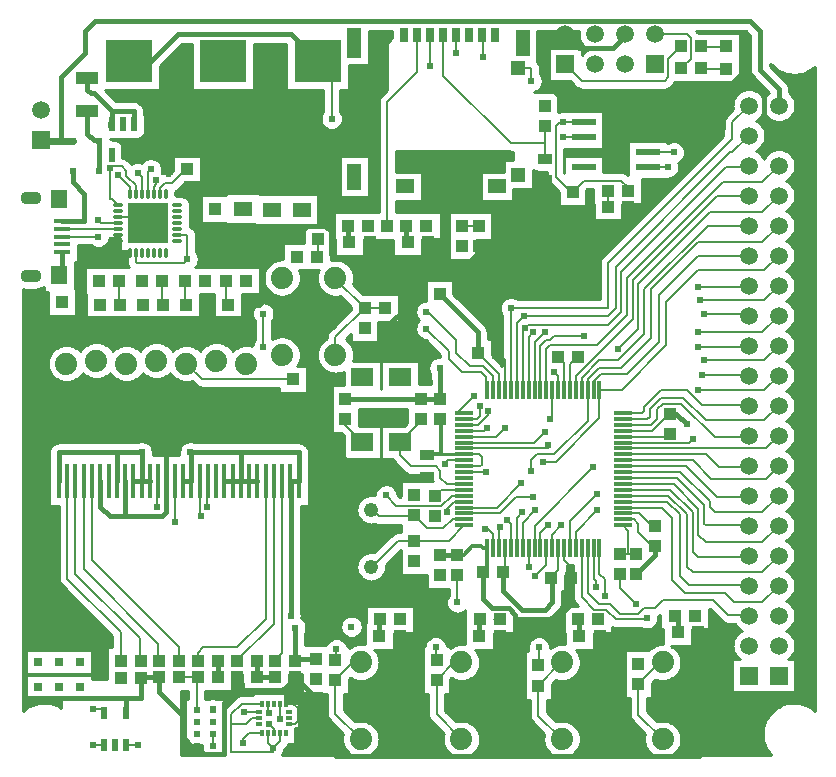
<source format=gbr>
%TF.GenerationSoftware,Novarm,DipTrace,3.2.0.1*%
%TF.CreationDate,2018-09-17T07:16:25-08:00*%
%FSLAX26Y26*%
%MOIN*%
%TF.FileFunction,Copper,L1,Top*%
%TF.Part,Single*%
%AMOUTLINE0*
4,1,4,
-0.035433,0.019685,
-0.035433,-0.019685,
0.035433,-0.019685,
0.035433,0.019685,
-0.035433,0.019685,
0*%
%AMOUTLINE1*
4,1,4,
0.026163,0.026163,
0.026205,-0.026121,
-0.026121,-0.026205,
-0.026163,0.026163,
0.026163,0.026163,
0*%
%AMOUTLINE2*
4,1,4,
-0.023622,0.015748,
-0.023622,-0.015748,
0.023622,-0.015748,
0.023622,0.015748,
-0.023622,0.015748,
0*%
%AMOUTLINE3*
4,1,4,
-0.010827,-0.023622,
0.010827,-0.023622,
0.010827,0.023622,
-0.010827,0.023622,
-0.010827,-0.023622,
0*%
%TA.AperFunction,Conductor*%
%ADD15C,0.007*%
%ADD16C,0.006*%
%ADD17C,0.015748*%
%ADD18C,0.008*%
%ADD19C,0.012*%
%ADD20C,0.011811*%
%ADD21C,0.01*%
%ADD22C,0.015*%
%ADD23C,0.023622*%
%ADD24R,0.15748X0.141732*%
%ADD26R,0.03937X0.043307*%
%ADD27R,0.043307X0.03937*%
%ADD28R,0.059055X0.051181*%
%ADD30R,0.023622X0.023622*%
%TA.AperFunction,ComponentPad*%
%ADD33R,0.059055X0.059055*%
%ADD34C,0.059055*%
%ADD36R,0.05315X0.015748*%
%ADD37R,0.055118X0.062992*%
%TA.AperFunction,ComponentPad*%
%ADD38O,0.070866X0.043307*%
%ADD39R,0.031496X0.048819*%
%ADD40R,0.045276X0.098425*%
%ADD41R,0.045276X0.086614*%
%ADD42R,0.059055X0.045276*%
%ADD43R,0.045669X0.047244*%
%ADD44R,0.045669X0.049213*%
%TA.AperFunction,ComponentPad*%
%ADD45C,0.074*%
%ADD48R,0.029528X0.029528*%
%ADD50R,0.062992X0.011811*%
%ADD51R,0.011811X0.062992*%
%ADD53O,0.033465X0.011811*%
%ADD54O,0.011811X0.033465*%
%ADD55R,0.137795X0.137795*%
%ADD56R,0.015748X0.11811*%
%ADD58R,0.023622X0.043307*%
%ADD60R,0.011811X0.019685*%
%ADD61R,0.019685X0.011811*%
%TA.AperFunction,ComponentPad*%
%ADD62R,0.05937X0.05937*%
%ADD63C,0.05937*%
%ADD64R,0.07874X0.023622*%
%ADD66R,0.074803X0.059055*%
%TA.AperFunction,ComponentPad*%
%ADD67C,0.048*%
%TA.AperFunction,ViaPad*%
%ADD68C,0.024*%
%ADD146OUTLINE0*%
%TA.AperFunction,ComponentPad*%
%ADD147OUTLINE1*%
%ADD148OUTLINE2*%
%ADD149OUTLINE3*%
%TA.AperFunction,CopperBalancing*%
%ADD150C,0.01*%
G75*
G01*
%LPD*%
X1280265Y593701D2*
D15*
Y543105D1*
X1281108Y543948D1*
X1399845Y678309D2*
Y676877D1*
X1399950Y676772D1*
X1894685Y1444340D2*
D16*
X2174950D1*
Y1456201D1*
X2680961Y1937551D2*
X2893802D1*
X2943701Y1987450D1*
X1894685Y1464025D2*
X2126525D1*
X2162452Y1499952D1*
X2674711Y1981297D2*
X2837547D1*
X2843701Y1987450D1*
X1007110Y681201D2*
D15*
X945460D1*
X1002314Y572369D2*
Y676404D1*
X1007110Y681201D1*
X2286418Y1111663D2*
Y947865D1*
X2328082Y906201D1*
X2368702D1*
X2399740Y875163D1*
X2499730D1*
X2502855Y878288D1*
X2306103Y1111663D2*
D16*
Y962551D1*
X2343496Y925158D1*
X2380992D1*
X2412239Y893911D1*
X2474732D1*
X2493481Y912659D1*
X2530977D1*
X2555974Y937656D1*
X2724706D1*
X2774701Y887662D1*
X2843490D1*
X2843701Y887450D1*
X2422244Y1385285D2*
D15*
Y1384326D1*
Y1385285D2*
D16*
X2633290D1*
X2737205Y1281370D1*
X2837621D1*
X2843701Y1287450D1*
X2422244Y1365600D2*
X2615479D1*
X2712208Y1268872D1*
Y1250124D1*
X2730956Y1231376D1*
X2887626D1*
X2943701Y1287450D1*
X2247047Y1111663D2*
Y1203670D1*
X2337247Y1293869D1*
X2687210Y1687578D2*
X2843574D1*
X2843701Y1687450D1*
X2422244Y1404970D2*
X2657351D1*
X2718457Y1343864D1*
X2900114D1*
X2943701Y1387450D1*
X2266732Y1111663D2*
Y1167110D1*
X2337247Y1237625D1*
X2674711Y1637583D2*
X2893834D1*
X2943701Y1687450D1*
X2168307Y1639222D2*
Y1774861D1*
X2181013Y1787567D1*
X2337247D1*
X2437236Y1887557D1*
Y2012544D1*
X2755953Y2331260D1*
X2887511D1*
X2943701Y2387450D1*
X938681Y2155882D2*
D15*
X971765D1*
Y2075037D1*
X959267Y2062538D1*
X803033D1*
X799908Y2065663D1*
Y2097805D1*
X800886Y2096827D1*
X970858Y2375912D2*
D3*
X800886Y2293677D2*
Y2320908D1*
X768701Y2353093D1*
Y2368717D1*
X753038Y2384379D1*
X718667D1*
X712452Y2378164D1*
Y2275016D1*
X721122D1*
X741831Y2254307D1*
X879626Y2293677D2*
Y2310988D1*
X896773Y2328135D1*
X921771D1*
X971765Y2378130D1*
Y2375005D1*
X554235Y2149952D2*
X674921D1*
Y2206273D2*
X684295Y2196899D1*
X743478D1*
X741831Y2195252D1*
X554235Y2175542D2*
X741831Y2175567D1*
X781201Y2293677D2*
Y2315596D1*
X740540Y2356257D1*
X1562452Y1846936D2*
Y1845523D1*
X2372525Y2304045D2*
D16*
Y2252236D1*
X2374743Y2250019D1*
X888710Y2003170D2*
D15*
Y1925053D1*
X891835Y1921928D1*
X741831Y2214937D2*
D16*
X820571D1*
X840256Y2195252D1*
X545377Y2275936D2*
D17*
X548502D1*
X837404Y2193774D2*
Y2196899D1*
X841903D1*
X840256Y2195252D1*
X1252987Y2240645D2*
D3*
X1352978D2*
D3*
X756299Y2524949D2*
D3*
X1091242Y2734324D2*
Y2709324D1*
X1205118Y1337453D2*
X1177559D1*
X1202621Y681201D2*
X1196826D1*
Y684326D1*
X1074879D2*
Y681201D1*
X1074040D1*
X1257591Y445436D2*
D15*
X1240895Y462131D1*
Y495276D1*
X1211368Y544488D2*
X1187908D1*
X1168372Y524952D1*
X1118625D1*
Y431460D1*
X1257591D1*
Y445436D1*
X1074040Y681201D2*
D17*
Y736957D1*
X1073772Y737225D1*
X1202536D2*
Y681286D1*
X1202621Y681201D1*
X1264138D1*
X1264370Y680969D1*
X1399950Y743701D2*
X1337776D1*
X1331299Y737225D1*
X1221210Y593701D2*
D15*
X1152755D1*
X1118625Y559571D1*
Y524952D1*
X1177559Y1337453D2*
D17*
X1150000D1*
X1122441D1*
X1094882D1*
X984646D2*
X971826D1*
X957087D1*
X846851D2*
X819292D1*
X791732D1*
X1796824Y1220521D2*
Y1214272D1*
X1728075Y1059658D2*
Y1070521D1*
X1315355Y1337453D2*
X1315576D1*
Y887450D1*
X1280265Y495276D2*
D15*
Y468110D1*
X1257591Y445436D1*
X681171Y1921928D2*
D17*
D3*
X824906D2*
D3*
X1787305Y1215752D2*
X1792055D1*
X1796824Y1220521D1*
X1331299Y737225D2*
Y846844D1*
X2422244Y1227805D2*
D16*
X2478347D1*
X2520526Y1185625D1*
X2531200D1*
X2207677Y1111663D2*
Y1037499D1*
X2182827Y1012649D1*
X2030512Y1111663D2*
Y1038475D1*
X2023294Y1031257D1*
D17*
Y970389D1*
X2087273Y906410D1*
X2162265D1*
X2187263Y931407D1*
Y1017084D1*
X2182827Y1012649D1*
X749696Y680526D2*
Y684326D1*
X1002314Y492841D2*
Y492840D1*
X787683Y2250181D2*
Y2247826D1*
X840256Y2195252D1*
X887452Y2249950D2*
Y2242448D1*
X840256Y2195252D1*
X554235Y2098771D2*
Y2032826D1*
X545377Y2023967D1*
X887310Y2143841D2*
Y2148198D1*
X840256Y2195252D1*
X545377Y2020030D2*
Y2023967D1*
X787683Y2143780D2*
X788784D1*
X840256Y2195252D1*
X1894685Y1404970D2*
D18*
X1842162D1*
X1831050Y1393858D1*
X1728075Y1290883D2*
Y1288756D1*
X1497617Y1608554D2*
D17*
X1747591D1*
X1749809Y1610772D1*
X1815427D1*
X1315355Y1337453D2*
X1342914D1*
X1062452Y2243701D2*
D3*
X1156201Y2243898D2*
Y2243701D1*
X984646Y1337453D2*
Y1431201D1*
X1150000D1*
X1343701D1*
Y1338240D1*
X819292Y1337453D2*
Y1431201D1*
X736614D1*
Y1337453D1*
X543701D2*
Y1431201D1*
X736614D1*
X731071Y456457D2*
D3*
X2422244Y1503395D2*
D16*
X2521776D1*
X2580971Y1562591D1*
Y1560777D1*
X2247047Y1639222D2*
Y1724179D1*
X2272940Y1750071D1*
X2010827Y1639222D2*
Y1690845D1*
X1939103Y1762570D1*
D17*
Y1831313D1*
X1812302Y1958113D1*
X1531082Y2799961D2*
Y2799009D1*
X1528181Y2796109D1*
X1912292Y2824958D2*
Y2821545D1*
X1911646Y2820899D1*
X2093523Y2793711D2*
X2093177D1*
X2090780Y2796109D1*
X2162265Y2587483D2*
Y2585670D1*
X1524832Y2343759D2*
Y2346697D1*
X1528181Y2350046D1*
X1693565Y2318761D2*
X1697261D1*
X1697473Y2318550D1*
X1999782D2*
X2003772D1*
X2074774Y2356257D2*
Y2356876D1*
X2293502Y2381255D2*
Y2381239D1*
X2023294Y1031257D2*
Y1029911D1*
X2530977Y1187630D2*
Y1185848D1*
X2531200Y1185625D1*
X1939103Y1762570D2*
D3*
X1815427Y1610772D2*
Y1709450D1*
X1812302Y1712575D1*
X2272940Y1750071D2*
X2274753D1*
X2580971Y1560777D2*
X2601533D1*
X2637215Y1525095D1*
X1150000Y1337453D2*
Y1431201D1*
X981201D2*
X984646D1*
X2422244Y1345915D2*
D16*
X2603918D1*
X2693460Y1256373D1*
Y1193879D1*
X2699709Y1187630D1*
X2843521D1*
X2843701Y1187450D1*
X1057432Y492841D2*
D15*
Y453078D1*
X1611960Y818701D2*
D17*
Y872772D1*
X1614137Y874949D1*
X1945293Y818701D2*
Y874722D1*
X1945521Y874950D1*
X2278625Y818701D2*
Y868883D1*
X2272559Y874949D1*
X2605709Y831201D2*
Y877263D1*
X2595523Y887449D1*
X2422244Y1286860D2*
D16*
X2575482D1*
X2637215Y1225126D1*
Y1050145D1*
X2655963Y1031397D1*
X2887647D1*
X2943701Y1087450D1*
X2325788Y1639222D2*
Y1669869D1*
X2349746Y1693827D1*
X2437236D1*
X2543475Y1800066D1*
Y1956299D1*
X2674626Y2087450D1*
X2843701D1*
X2089567Y1639222D2*
Y1839567D1*
X2097213Y1847213D1*
X2106310Y1856310D1*
X2374743D1*
X2418488Y1900055D1*
Y2031292D1*
X2768452Y2381255D1*
X2837505D1*
X2843701Y2387450D1*
X1956201Y2749950D2*
Y2819651D1*
X1954953Y2820899D1*
X2293502Y2481239D2*
X2293496Y2481244D1*
X2224759D1*
X2422244Y1267175D2*
X2570170D1*
X2612218Y1225126D1*
Y1018898D1*
X2643465Y987651D1*
X2843500D1*
X2843701Y987450D1*
X2345473Y1639222D2*
X2420128D1*
X2568473Y1787567D1*
Y1931302D1*
X2674711Y2037541D1*
X2893792D1*
X2943701Y2087450D1*
X2345473Y1639222D2*
Y1545474D1*
X2199950Y1399952D1*
X2156201D1*
X1037452Y1249952D2*
Y1335141D1*
X1039764Y1337453D1*
X2069882Y1639222D2*
Y1863633D1*
X2093701Y1887452D1*
X2374638D1*
X2399740Y1912554D1*
Y2050040D1*
X2780950Y2431250D1*
X2787500D1*
X2843701Y2487450D1*
X2574722Y2381255D2*
X2506116D1*
X2506100Y2381239D1*
X1781201Y2718701D2*
Y2820376D1*
X1781725Y2820899D1*
X693670Y562756D2*
Y575194D1*
X656173D1*
X612428Y731428D2*
D3*
X1221210Y495276D2*
X1176192D1*
X1156121Y475205D1*
Y462706D1*
X543685Y650187D2*
D3*
X1260580Y495276D2*
Y508231D1*
X1243612Y525200D1*
X474942Y650187D2*
D3*
X1057432Y532605D2*
D3*
X612428Y650187D2*
D3*
X653937Y1337453D2*
Y1070965D1*
X943701Y781201D1*
Y738533D1*
X945009Y737225D1*
X626378Y1337453D2*
Y1042273D1*
X874950Y793701D1*
Y740355D1*
X878080Y737225D1*
X818701Y743701D2*
D15*
Y739680D1*
X816246Y737225D1*
X598819Y1337453D2*
D16*
Y1026084D1*
X812452Y812452D1*
Y741019D1*
X816246Y737225D1*
X571260Y1337453D2*
Y1009891D1*
X749950Y831201D1*
Y737858D1*
X749316Y737225D1*
X1232677Y1337453D2*
D15*
Y876427D1*
X1137452Y781201D1*
X1024952D1*
X1006201Y762450D1*
Y737866D1*
X1006843Y737225D1*
X1287795Y1337453D2*
Y762794D1*
X1263298Y738297D1*
X1264370Y737225D1*
X1260236Y1337453D2*
Y860236D1*
X1131201Y731201D1*
Y741630D1*
X1135607Y737225D1*
X2168307Y1111663D2*
D16*
Y1056187D1*
X2131019Y1018898D1*
X931145Y1200129D2*
Y1335836D1*
X929528Y1337453D1*
X474952Y731201D2*
D3*
X2286418Y1639222D2*
Y1680494D1*
X2343496Y1737572D1*
X2405990D1*
X2493481Y1825063D1*
Y1975047D1*
X2705883Y2187450D1*
X2843701D1*
X1887625Y2105953D2*
Y2118873D1*
X2128937Y1639222D2*
Y1797984D1*
X2162265Y1831313D1*
X1887453Y2118701D2*
X1887625Y2118873D1*
X744975Y2003170D2*
D15*
Y1925053D1*
X748100Y1921928D1*
X820571Y2293677D2*
D16*
X818701D1*
X820571D2*
Y2348082D1*
X806201Y2362452D1*
X1031777Y2005626D2*
X1029320Y2003170D1*
X1768701Y1843701D2*
X1843701Y1768701D1*
Y1743702D1*
X1887452Y1699952D1*
X1949950D1*
X1968701Y1681201D1*
Y1641978D1*
X1971457Y1639222D1*
X840256Y2293677D2*
Y2365358D1*
X849903Y2375005D1*
X1168620Y2006282D2*
Y2004983D1*
X1166806Y2003170D1*
X1768557Y1900055D2*
X1774806D1*
X1868546Y1806315D1*
Y1762570D1*
X1912292Y1718824D1*
X1956037D1*
X1990576Y1684285D1*
Y1638656D1*
X1991142Y1639222D1*
X2422244Y1562450D2*
X2487091D1*
X2493481Y1568840D1*
Y1581339D1*
X2549725Y1637583D1*
X2637215D1*
X2687210Y1587588D1*
X2843563D1*
X2843701Y1587450D1*
X2422244Y1542765D2*
X2504902D1*
X2512229Y1550092D1*
Y1575089D1*
X2549725Y1612586D1*
X2624717D1*
X2699709Y1537593D1*
X2893844D1*
X2943701Y1587450D1*
X2422244Y1523080D2*
X2516463D1*
X2537226Y1543843D1*
Y1575089D1*
X2555974Y1593837D1*
X2618467D1*
X2730956Y1481349D1*
X2837600D1*
X2843701Y1487450D1*
X2422244Y1444340D2*
X2900591D1*
X2943701Y1487450D1*
X2422244Y1424655D2*
X2700159D1*
X2743454Y1381360D1*
X2837610D1*
X2843701Y1387450D1*
X2090398Y1112494D2*
D15*
X2089567Y1111663D1*
D16*
Y1196173D1*
X2131019Y1237625D1*
X2674711Y1781318D2*
X2837568D1*
X2843701Y1787450D1*
X2131019Y1109582D2*
D15*
X2128937Y1111663D1*
D16*
Y1185549D1*
X2324748Y1381360D1*
X2693460Y1737572D2*
X2893823D1*
X2943701Y1787450D1*
X1406307Y2143874D2*
D15*
Y2085121D1*
X1404638Y2083452D1*
X1749809Y1543843D2*
Y1534469D1*
X1681066Y1465726D1*
X1894685Y1326230D2*
X1836185D1*
X1815427Y1346988D1*
Y1368861D1*
X1799803Y1384484D1*
X1718562D1*
X1681066Y1421981D1*
Y1465726D1*
X1497617Y1541625D2*
Y1523191D1*
X1555082Y1465726D1*
X1894685Y1286860D2*
X1852163D1*
X1818551Y1253248D1*
X1668567D1*
X1634196Y1287620D1*
X1556079Y1465726D2*
X1555082D1*
X859941Y2293677D2*
X859277Y2294341D1*
Y2315637D1*
X868701Y2325061D1*
Y2340576D1*
X1224864Y1893788D2*
D16*
Y1781318D1*
X2465576Y924952D2*
D15*
X2412239Y978289D1*
Y1026961D1*
X962391Y2003170D2*
Y1925053D1*
X965516Y1921928D1*
X2530977Y2824969D2*
D16*
X2637205D1*
X2649714Y2812460D1*
Y2743717D1*
X2618467Y2712470D1*
X2207677Y1639222D2*
Y1685911D1*
X2193512Y1700076D1*
X2405990Y1775068D2*
X2474732Y1843811D1*
Y1993795D1*
X2712208Y2231271D1*
X2887521D1*
X2943701Y2287450D1*
X2768208Y2709334D2*
D15*
X2688533D1*
X2685397Y2712470D1*
X1701771Y2187452D2*
D17*
Y2135474D1*
X1705870Y2131374D1*
X2422244Y1306545D2*
D16*
X2580794D1*
X2655963Y1231376D1*
Y1100139D1*
X2674711Y1081391D1*
X2837642D1*
X2843701Y1087450D1*
X2306103Y1639222D2*
Y1675181D1*
X2343496Y1712575D1*
X2418488D1*
X2518478Y1812565D1*
Y1975047D1*
X2674711Y2131281D1*
X2887532D1*
X2943701Y2187450D1*
X1012205Y1337453D2*
Y1225197D1*
X1018701Y1218701D1*
X2118701Y1368701D2*
Y1406201D1*
X2137452Y1424952D1*
X2193701D1*
X2306201Y1537452D1*
Y1639124D1*
X2306103Y1639222D1*
X2050197D2*
Y1912452D1*
X2374743D1*
Y2062538D1*
X2787200Y2474995D1*
Y2530949D1*
X2843701Y2587450D1*
X2593470Y2431250D2*
X2506110D1*
X2506100Y2431239D1*
X1868546Y2762465D2*
Y2820692D1*
X1868339Y2820899D1*
X1894685Y1247490D2*
X2003398D1*
X2084149Y1328240D1*
X2693806Y1893806D2*
X2837345D1*
X2843701Y1887450D1*
X2345473Y1111663D2*
D15*
Y1026295D1*
X2362450Y1009318D1*
Y953076D1*
X1240895Y593701D2*
Y562696D1*
X1243612D1*
X1871067Y1022534D2*
Y931960D1*
X1871826Y931201D1*
X768473Y456457D2*
D16*
X806158D1*
X1002314Y532604D2*
D15*
Y532605D1*
X2162265Y2408376D2*
Y2462496D1*
Y2518740D1*
Y2462496D2*
X2049777D1*
X1825032Y2687242D1*
Y2820899D1*
X1506198Y2187452D2*
D17*
Y2137276D1*
X1512100Y2131374D1*
X1894685Y1227805D2*
D16*
X2014960D1*
X2068525Y1281370D1*
X2124769D1*
X2674711Y1831313D2*
X2887563D1*
X2943701Y1887450D1*
X2325788Y1111663D2*
D15*
X2327873Y1113748D1*
Y1009524D1*
X2334326Y1003071D1*
Y981201D1*
X1211368Y564173D2*
X1160723D1*
X1815427Y1022534D2*
X1814811D1*
X1057432Y572369D2*
X1056131D1*
Y575194D1*
X693670Y456457D2*
D16*
X656173D1*
X2422244Y1326230D2*
X2592356D1*
X2674711Y1243874D1*
Y1156383D1*
X2699709Y1131386D1*
X2887637D1*
X2943701Y1187450D1*
X2422244Y1247490D2*
X2552358D1*
X2587221Y1212628D1*
Y1006399D1*
X2630966Y962654D1*
X2762202D1*
X2793449Y931407D1*
X2887658D1*
X2943701Y987450D1*
X1464774Y672767D2*
D15*
X1522958Y730950D1*
X1549950D1*
X1464774Y672767D2*
D16*
Y560126D1*
X1549950Y474950D1*
X1991142Y1111663D2*
D15*
Y1128995D1*
Y1111663D2*
D16*
Y1158774D1*
X1974785Y1175131D1*
X1962286D1*
X1468588Y775173D2*
Y743509D1*
X1464774Y739696D1*
X1885368Y730950D2*
D15*
X1860494D1*
X1802310Y672767D1*
D16*
Y558008D1*
X1885368Y474950D1*
X1802310Y739696D2*
X1799803Y742202D1*
Y781423D1*
X2012281Y1181381D2*
X2010827Y1179927D1*
Y1111663D1*
X2220784Y730950D2*
D15*
X2218609D1*
X2141673Y654015D1*
D16*
Y554061D1*
X2220784Y474950D1*
X2187992Y1639222D2*
D15*
X2185624D1*
X2187992D2*
D16*
Y1550822D1*
X2181013Y1543843D1*
X2143517Y781423D2*
Y722788D1*
X2141673Y720944D1*
X2475170Y658054D2*
D15*
X2548066Y730950D1*
X2556201D1*
X2475170Y658054D2*
D16*
Y555982D1*
X2556201Y474950D1*
X2069882Y1111663D2*
Y1213984D1*
X2087273Y1231376D1*
X2474732Y725420D2*
X2475170Y724983D1*
X1894685Y1483710D2*
D15*
Y1484326D1*
Y1483710D2*
X1897432D1*
X1894685D2*
D16*
X2002143D1*
X2031029Y1512596D1*
X556184Y1931302D2*
X554370D1*
X1894685Y1542765D2*
D15*
X1908390D1*
X1894685D2*
X1936515D1*
X1946826Y1553076D1*
Y1587452D1*
X1894685Y1562450D2*
X1871826D1*
X1928076Y1618701D1*
X1324853Y1675079D2*
D16*
X1021072D1*
X968701Y1727450D1*
X1894685Y1523080D2*
D15*
Y1521826D1*
X1940269D1*
X1974950Y1556507D1*
Y1568700D1*
X1968847Y1512596D2*
X1959327Y1503076D1*
X1895004D1*
X1894685Y1503395D1*
X2266732Y1639222D2*
D16*
Y1685806D1*
X2455984Y1875058D1*
Y2006294D1*
X2737141Y2287450D1*
X2843701D1*
X2230977Y2724969D2*
X2287221Y2668725D1*
X2562223D1*
X2574722Y2681223D1*
Y2743717D1*
X2616250Y2785244D1*
X2768208Y2784334D2*
D15*
X2765323D1*
X2762202Y2781213D1*
X2680961D1*
Y2783026D1*
X2683179Y2785244D1*
X1099877Y2003170D2*
Y1928177D1*
X1106126Y1921928D1*
X776281Y2734324D2*
D17*
X849885D1*
X940519Y2824958D1*
X1315568D1*
X1406202Y2734324D1*
X1866849Y1267175D2*
D15*
X1894685D1*
X1860600D1*
X1837299Y1243874D1*
Y1231376D1*
X1453076Y2543701D2*
Y2687450D1*
X1406202Y2734324D1*
X2422244Y1483710D2*
D16*
X2572361D1*
X2580971Y1492320D1*
Y1493848D1*
X1971457Y1111663D2*
D19*
Y1046349D1*
X1956365Y1031257D1*
X2230977Y2824969D2*
D17*
X2277857Y2778088D1*
X2390366D1*
X2430977Y2818698D1*
Y2824969D1*
X1727950Y730950D2*
Y474950D1*
X2734201Y730950D2*
Y474950D1*
X2398784Y730950D2*
Y474950D1*
X2063368Y730950D2*
Y474950D1*
Y730950D2*
X2065400Y732983D1*
Y818701D1*
Y875163D1*
Y890786D1*
X2043528Y912659D1*
X1987284D1*
X1956037Y943906D1*
Y1030929D1*
X1956365Y1031257D1*
X2065400Y875163D2*
X2199761D1*
X2249756Y925158D1*
Y1012649D1*
X1727950Y628318D2*
Y730950D1*
X1956365Y1031257D2*
X1962146D1*
Y1025007D1*
X2422244Y1208120D2*
D16*
X2460532D1*
X2474950Y1193701D1*
Y1165576D1*
X2521831Y1118696D1*
X2531200D1*
X1336851Y2146402D2*
D17*
X1339378Y2143874D1*
X2249756Y1012649D2*
D16*
Y1050145D1*
X2227362Y1072538D1*
Y1111663D1*
X1135692Y681201D2*
D17*
Y638239D1*
X1288570D1*
X1299950Y649620D1*
X1331299Y680969D1*
X1309793Y524803D2*
D16*
X1330706D1*
X1340477Y534574D1*
Y578319D1*
X1325095Y593701D1*
X1299950D1*
D20*
Y611418D1*
D17*
Y649620D1*
X1814811Y1089463D2*
X1871067D1*
D19*
X1892242D1*
X1921666Y1118887D1*
X1950453D1*
X1957677Y1111663D1*
X1971457D1*
X2012222Y818701D2*
D17*
X2065400D1*
X1678889D2*
Y780012D1*
X1727950Y730950D1*
X2345554Y818701D2*
Y784180D1*
X2398784Y730950D1*
X2672638Y831201D2*
Y792513D1*
X2734201Y730950D1*
X1579029Y2131374D2*
X1624777D1*
X1637450Y2118701D1*
X1352978Y2315448D2*
X1252987D1*
X793701Y2422579D2*
Y2421876D1*
X903929D1*
Y2375912D1*
X1156201Y2318701D2*
X1115561D1*
X1093025Y2341236D1*
X1012386Y2421876D1*
X903929D1*
X1339378Y2143874D2*
Y2155179D1*
X1371650Y2187450D1*
X1412450D1*
Y2315448D1*
X1410550D1*
X1352978D1*
X741831Y2155882D2*
D20*
X743701D1*
Y2136197D1*
X741831D1*
X468701Y1737450D2*
D17*
Y1740689D1*
X440571Y1768819D1*
Y1878183D1*
X487441D1*
X611647D1*
X1032445D1*
X1173055D1*
Y1921928D1*
X611647Y1878183D2*
D21*
Y2037260D1*
X693088Y2118701D1*
X743701D1*
Y2134327D1*
X741831Y2136197D1*
X1032445Y1921928D2*
D17*
Y1878183D1*
X2835137Y2784334D2*
Y2709334D1*
Y2702029D1*
X2893439Y2643727D1*
Y2537713D1*
X2943701Y2487450D1*
X878530Y681201D2*
X817299D1*
X816625Y680526D1*
X1002314Y453078D2*
X984324D1*
X959326Y478076D1*
Y549952D1*
X878076Y631201D1*
Y680747D1*
X878530Y681201D1*
X1002314Y453078D2*
Y450713D1*
X1028076Y424950D1*
X1093701D1*
Y596248D1*
X1135692Y638239D1*
X1339378Y2143874D2*
X1299950D1*
X1224864Y2068788D1*
Y1948236D1*
Y1937551D1*
X1209240Y1921928D1*
X1173055D1*
X468701Y1737450D2*
X431201Y1699950D1*
Y1512452D1*
Y612450D1*
X768662D1*
X816625D1*
D22*
Y680526D1*
X743701Y2118701D2*
D21*
Y2103076D1*
X749950Y2096827D1*
X781201D1*
X1252987Y2315448D2*
D17*
X1159454D1*
X1156201Y2318701D1*
X1062452Y2310630D2*
Y2310663D1*
X1093025Y2341236D1*
X768662Y612450D2*
Y562756D1*
X768473D1*
X2227362Y1639222D2*
D16*
Y1728719D1*
X2206011Y1750071D1*
X2030512Y1639222D2*
Y1738089D1*
X2006032Y1762570D1*
X2506100Y2531239D2*
D17*
Y2509945D1*
Y2499725D1*
Y2481239D1*
X2293502Y2431239D2*
X2380982D1*
X2455984Y2506242D1*
X2502397D1*
X2506100Y2509945D1*
X1391782Y1675079D2*
Y1808129D1*
X1256110Y1943801D1*
X1229299D1*
X1224864Y1948236D1*
X2006032Y1762570D2*
Y1893806D1*
X1874795Y2025042D1*
X1812302D1*
Y2076137D1*
Y2091872D1*
X1772799Y2131374D1*
X1943538Y2118782D2*
Y2100034D1*
X1868546Y2025042D1*
X1812302D1*
X2256201Y2233023D2*
Y2224826D1*
X2293502Y2187525D1*
X2412239D1*
X2443486Y2218772D1*
Y2248205D1*
X2441672Y2250019D1*
X2505979D1*
X2637215Y2381255D1*
Y2506242D1*
X2512617D1*
X2506100Y2499725D1*
X1943538Y2118782D2*
X2024780D1*
X2162265Y2256268D1*
Y2262225D1*
Y2337509D1*
X2256201Y2233023D2*
X2191467D1*
X2162265Y2262225D1*
X2637215Y2506242D2*
Y2511412D1*
X2835137Y2709334D1*
X2230977Y2824969D2*
X2218520D1*
X2162265Y2768714D1*
Y2668725D1*
X2218509Y2612481D1*
X2530977D1*
X2637215Y2506242D1*
X487441Y1931302D2*
Y1878183D1*
X1412450Y2187450D2*
X1431167D1*
X1449840Y2168777D1*
Y2093785D1*
X1468588Y2075037D1*
X1593786D1*
X1594886Y2076137D1*
X1637450Y2118701D1*
X1594886Y2076137D2*
X1812302D1*
X2531200Y1118696D2*
Y1089864D1*
X2468483Y1027147D1*
X2249756Y1012649D2*
D3*
X1771974Y1350042D2*
X1556150D1*
X1387347Y1518845D1*
Y1670643D1*
X1391782Y1675079D1*
X2580971Y1493848D2*
D3*
X2006032Y1762570D2*
D3*
X2206011Y1750071D2*
D3*
X1812302Y2025042D2*
X1762307D1*
X1706063Y1968798D1*
Y1920385D1*
X1631201Y1845523D1*
X681496Y1337453D2*
Y1249798D1*
X712418Y1218877D1*
X764173D1*
X887399D1*
X901969Y1233446D1*
Y1337453D1*
X764173D2*
Y1218877D1*
X901969Y1337453D2*
Y1447935D1*
X837452Y1512452D1*
X431201D1*
X1727950Y474950D2*
Y459452D1*
X1768701Y418701D1*
X2007118D1*
X2011605Y423188D1*
X2063368Y474950D1*
X2011605Y423188D2*
Y418701D1*
X2398784D1*
X2677952D1*
X2734201Y474950D1*
X2398784D2*
Y418701D1*
X1768701D2*
X1468701D1*
X1393701Y493701D1*
Y618567D1*
X1331299Y680969D1*
X1815427Y1543843D2*
D19*
X1818551D1*
Y1425105D1*
X1771974D1*
Y1420908D1*
X1894685Y1385285D2*
D18*
X1947463D1*
X1952912Y1390734D1*
Y1415731D1*
X1943538Y1425105D1*
X1895135D1*
X1894685Y1424655D1*
X1818551Y1425105D2*
D21*
X1894685Y1424655D1*
X676013Y2368756D2*
D17*
Y2468746D1*
Y2471870D1*
X659298D1*
X637425Y2493743D1*
Y2568735D1*
X676013Y2368756D2*
D3*
X821781Y2003170D2*
D3*
X793701Y2524949D2*
Y2568735D1*
X718898D1*
Y2524949D1*
X637425Y2678971D2*
Y2640603D1*
X649924Y2628104D1*
X659529D1*
X718898Y2568735D1*
X678046Y2003170D2*
D16*
D3*
X718667Y2521865D2*
Y2524718D1*
X718898Y2524949D1*
X484316Y2471870D2*
D23*
Y2468746D1*
X549935D1*
X589399D1*
X549935D2*
D17*
Y2681184D1*
X631201Y2762450D1*
Y2837450D1*
X662454Y2868704D1*
X2846568D1*
X2880940Y2834332D1*
Y2706221D1*
X2943701Y2643460D1*
Y2587450D1*
X554235Y2201133D2*
X628051D1*
D22*
Y2293764D1*
X589399Y2332416D1*
Y2368756D1*
X1584326Y1239954D2*
D15*
Y1243750D1*
X1609198Y1218877D1*
X1728075D1*
Y1221827D1*
X1728110D1*
X1771681Y1178256D1*
X1824801D1*
X1856047Y1209503D1*
X1893302D1*
X1894685Y1208120D1*
X1584326Y1049954D2*
Y1047145D1*
X1674631Y1137450D1*
X1728075D1*
X1843701D1*
X1894685Y1188435D1*
X2439454Y2304045D2*
D16*
Y2316698D1*
X2418701Y2337452D1*
X2293701D1*
X2256201Y2299952D1*
X2148622Y1639222D2*
Y1786122D1*
X2168701Y1806201D1*
X2181201D1*
X2193814Y1818814D1*
X2293502D1*
X2224759Y2531239D2*
X2293502D1*
X2256201Y2299952D2*
X2249950D1*
X2199761Y2350141D1*
Y2518512D1*
X2212488Y2531239D1*
X2224759D1*
X1681066Y874949D2*
Y868914D1*
X2037278Y1206378D2*
X2050197Y1193460D1*
Y1111663D1*
X1993533Y875163D2*
D15*
X2012450D1*
Y874950D1*
D16*
Y868914D1*
X2174764Y1187630D2*
X2148622Y1161488D1*
Y1111663D1*
X2339488Y874949D2*
D15*
X2343701D1*
X2187992Y1111663D2*
D16*
Y1157113D1*
X2218509Y1187630D1*
X2337247Y868914D2*
X2345524D1*
X2339488Y874949D1*
X2422244Y1464025D2*
X2535802D1*
X2537226Y1462601D1*
X2643465D1*
X2655963Y1475100D1*
X2662213Y887662D2*
X2662239D1*
X2468483Y1094076D2*
D15*
X2440335D1*
X2412425D1*
X2412239Y1093890D1*
X2440335Y1094076D2*
Y1170344D1*
X2422244Y1188435D1*
X2109252Y1111663D2*
D16*
Y1050145D1*
X871826Y1249952D2*
Y1340037D1*
X874410Y1337453D1*
X543701Y731201D2*
D3*
X1465450Y2012201D2*
D15*
Y2009453D1*
X1562452Y1912452D1*
X1631201D1*
X1465450Y1756201D2*
Y1815450D1*
X1562452Y1912452D1*
X1894685Y1306545D2*
X1815919D1*
X1796824Y1287450D1*
Y1281201D1*
X1894685Y1365600D2*
X1965551D1*
X1337352Y2084411D2*
Y2083809D1*
X1637450Y2185630D2*
D3*
X1574960Y2187452D2*
X1573128D1*
X1637450Y2185630D2*
D16*
Y2599950D1*
X1737452Y2699952D1*
Y2819933D1*
X1738418Y2820899D1*
X2109252Y1639222D2*
Y1815795D1*
X2124769Y1831313D1*
X1887625Y2185802D2*
D15*
X1889274Y2187452D1*
X1768710D2*
D3*
X2075032Y2711462D2*
X2118520D1*
Y2668725D1*
X1943538Y2185711D2*
D16*
X1887715D1*
X1887625Y2185802D1*
D68*
X1281108Y543948D3*
X1399845Y678309D3*
X2174950Y1456201D3*
X2680961Y1937551D3*
X2162452Y1499952D3*
X2674711Y1981297D3*
X2502855Y878288D3*
X2337247Y1293869D3*
X2687210Y1687578D3*
X2337247Y1237625D3*
X2674711Y1637583D3*
X970858Y2375912D3*
X971765Y2075037D3*
X712452Y2378164D3*
X674921Y2149952D3*
Y2206273D3*
X740540Y2356257D3*
X1562452Y1846936D3*
X548502Y2275936D3*
X837404Y2193774D3*
X1252987Y2240645D3*
X1352978D3*
X756299Y2524949D3*
X1091242Y2709324D3*
X1196826Y684326D3*
X1074879D3*
X1257591Y445436D3*
X1196826Y684326D3*
X1257591Y445436D3*
X1796824Y1214272D3*
X1728075Y1059658D3*
X1315576Y887450D3*
X1257591Y445436D3*
X681171Y1921928D3*
X1315576Y887450D3*
X824906Y1921928D3*
X1331299Y846844D3*
X1196826Y684326D3*
X749696D3*
X1331299Y846844D3*
X1002314Y492840D3*
X787683Y2250181D3*
X887452Y2249950D3*
X887310Y2143841D3*
X548502Y2275936D3*
X545377Y2020030D3*
X787683Y2143780D3*
X1831050Y1393858D3*
X1728075Y1290883D3*
X1796824Y1214272D3*
X1062452Y2243701D3*
X1156201D3*
X1062452D3*
X1156201D3*
X1252987Y2240645D3*
X731071Y456457D3*
X1002314Y492840D3*
X1531082Y2799961D3*
X1091242Y2709324D3*
X1912292Y2824958D3*
X2093523Y2793711D3*
X2162265Y2587483D3*
X1524832Y2343759D3*
X1693565Y2318761D3*
X2003772Y2318550D3*
X2074774Y2356257D3*
X2003772Y2318550D3*
X2293502Y2381255D3*
X2023294Y1029911D3*
X2530977Y1187630D3*
X2023294Y1029911D3*
X1939103Y1762570D3*
X1812302Y1712575D3*
X2274753Y1750071D3*
X1939103Y1762570D3*
X2637215Y1525095D3*
X2274753Y1750071D3*
X981201Y1431201D3*
X819292D3*
X1956201Y2749950D3*
X2097213Y1847213D3*
X2224759Y2481244D3*
X2156201Y1399952D3*
X1037452Y1249952D3*
X2574722Y2381255D3*
X1781201Y2718701D3*
X2093701Y1887452D3*
X656173Y575194D3*
X612428Y731428D3*
X1156121Y462706D3*
X543685Y650187D3*
X1243612Y525200D3*
X474942Y650187D3*
X1057432Y532605D3*
X612428Y650187D3*
X2131019Y1018898D3*
X931145Y1200129D3*
X474952Y731201D3*
X2162265Y1831313D3*
X1887453Y2118701D3*
X806201Y2362452D3*
X1031777Y2005626D3*
X1768701Y1843701D3*
X849903Y2375005D3*
X1168620Y2006282D3*
X1768557Y1900055D3*
X2131019Y1237625D3*
X2674711Y1781318D3*
X2324748Y1381360D3*
X2693460Y1737572D3*
X1634196Y1287620D3*
X1556079Y1465726D3*
X868701Y2340576D3*
X1224864Y1893788D3*
Y1781318D3*
X1518583Y850166D3*
X2465576Y924952D3*
X2193512Y1700076D3*
X2405990Y1775068D3*
X1018701Y1218701D3*
X2118701Y1368701D3*
X2593470Y2431250D3*
X1868546Y2762465D3*
X2050197Y1912452D3*
X2084149Y1328240D3*
X2693806Y1893806D3*
X2362450Y953076D3*
X1243612Y562696D3*
X2362450Y953076D3*
X1871826Y931201D3*
X806158Y456457D3*
X1002314Y532604D3*
X1243612Y562696D3*
X2124769Y1281370D3*
X2674711Y1831313D3*
X2334326Y981201D3*
X1160723Y564173D3*
X1815427Y1022534D3*
X2334326Y981201D3*
X1056131Y575194D3*
X1160723Y564173D3*
X656173Y456457D3*
X1056131Y575194D3*
X1962286Y1175131D3*
X1468588Y775173D3*
X1799803Y781423D3*
X2012281Y1181381D3*
X2181013Y1543843D3*
X2143517Y781423D3*
X2087273Y1231376D3*
X2474732Y725420D3*
X2031029Y1512596D3*
X556184Y1931302D3*
X1946826Y1587452D3*
X1928076Y1618701D3*
X1974950Y1568700D3*
X1968847Y1512596D3*
X1837299Y1231376D3*
X1453076Y2543701D3*
X2468483Y1027147D3*
X2249756Y1012649D3*
X2580971Y1493848D3*
X2468483Y1027147D3*
X2006032Y1762570D3*
X2206011Y1750071D3*
X676013Y2368756D3*
X821781Y2003170D3*
X678046D3*
X718667Y2521865D3*
X2293502Y1818814D3*
X2224759Y2531239D3*
D3*
X1681066Y868914D3*
X2037278Y1206378D3*
X2012450Y868914D3*
X2174764Y1187630D3*
X2218509D3*
X2337247Y868914D3*
X2655963Y1475100D3*
X2662213Y887662D3*
X2109252Y1050145D3*
X871826Y1249952D3*
X543701Y731201D3*
X1796824Y1281201D3*
X1965551Y1365600D3*
X1337352Y2084411D3*
X1637450Y2185630D3*
X1574960Y2187452D3*
X2124769Y1831313D3*
X1637450Y2185630D3*
X1889274Y2187452D3*
X1768710D3*
X2118520Y2668725D3*
X1889274Y2187452D3*
X1577210Y2835110D2*
D150*
X1652965D1*
X2139809D2*
X2275836D1*
X2668226D2*
X2832105D1*
X1577210Y2825242D2*
X1652965D1*
X2139809D2*
X2274898D1*
X2816253D2*
X2841969D1*
X1577210Y2815373D2*
X1652965D1*
X2139809D2*
X2275738D1*
X2816253D2*
X2846656D1*
X1577210Y2805504D2*
X1643902D1*
X2139809D2*
X2278453D1*
X2816253D2*
X2846656D1*
X1577210Y2795635D2*
X1636969D1*
X2139809D2*
X2283356D1*
X2816253D2*
X2846656D1*
X949378Y2785767D2*
X986109D1*
X1196390D2*
X1301070D1*
X1577210D2*
X1634566D1*
X2139809D2*
X2291285D1*
X2816253D2*
X2846656D1*
X939516Y2775898D2*
X986109D1*
X1196390D2*
X1301070D1*
X1577210D2*
X1634488D1*
X2139809D2*
X2174898D1*
X2287054D2*
X2304957D1*
X2816253D2*
X2846656D1*
X929652Y2766029D2*
X986109D1*
X1196390D2*
X1301070D1*
X1577210D2*
X1634488D1*
X2139809D2*
X2174898D1*
X2287054D2*
X2293257D1*
X2816253D2*
X2846656D1*
X919769Y2756160D2*
X986109D1*
X1196390D2*
X1301070D1*
X1577210D2*
X1634488D1*
X2139809D2*
X2174898D1*
X2816253D2*
X2846656D1*
X909906Y2746292D2*
X986109D1*
X1196390D2*
X1301070D1*
X1577210D2*
X1634488D1*
X2139809D2*
X2174898D1*
X2816253D2*
X2846656D1*
X900042Y2736423D2*
X986109D1*
X1196390D2*
X1301070D1*
X1577210D2*
X1634488D1*
X2139809D2*
X2174898D1*
X2816253D2*
X2846656D1*
X890180Y2726554D2*
X986109D1*
X1196390D2*
X1301070D1*
X1577210D2*
X1634488D1*
X2144164D2*
X2174898D1*
X2816253D2*
X2846656D1*
X881429Y2716685D2*
X986109D1*
X1196390D2*
X1301070D1*
X1511352D2*
X1634488D1*
X2147953D2*
X2174898D1*
X2816253D2*
X2846656D1*
X881429Y2706816D2*
X986109D1*
X1196390D2*
X1301070D1*
X1511352D2*
X1634488D1*
X2148421D2*
X2174898D1*
X2816253D2*
X2846656D1*
X2928402D2*
X2936364D1*
X3051038D2*
X3062692D1*
X881429Y2696948D2*
X986109D1*
X1196390D2*
X1301070D1*
X1511352D2*
X1634488D1*
X2148421D2*
X2174898D1*
X2816253D2*
X2847984D1*
X2938265D2*
X2955777D1*
X3031625D2*
X3062692D1*
X881429Y2687079D2*
X986109D1*
X1196390D2*
X1301070D1*
X1511352D2*
X1634488D1*
X2152113D2*
X2174898D1*
X2816253D2*
X2852730D1*
X2948129D2*
X3062692D1*
X881429Y2677210D2*
X986109D1*
X1196390D2*
X1301070D1*
X1511352D2*
X1634488D1*
X2155941D2*
X2174898D1*
X2816253D2*
X2861890D1*
X2958012D2*
X3062692D1*
X881429Y2667341D2*
X986109D1*
X1196390D2*
X1301070D1*
X1511352D2*
X1634488D1*
X2156898D2*
X2247437D1*
X2600492D2*
X2720152D1*
X2816253D2*
X2871753D1*
X2967874D2*
X3062692D1*
X881429Y2657473D2*
X986109D1*
X1196390D2*
X1301070D1*
X1511352D2*
X1634488D1*
X2155180D2*
X2257301D1*
X2592133D2*
X2881637D1*
X2974886D2*
X3062692D1*
X881429Y2647604D2*
X986109D1*
X1196390D2*
X1301070D1*
X1511352D2*
X1634488D1*
X2150394D2*
X2267242D1*
X2582210D2*
X2891500D1*
X2977718D2*
X3062692D1*
X697953Y2637735D2*
X1423180D1*
X1482973D2*
X1634078D1*
X2140453D2*
X2820601D1*
X2866801D2*
X2901364D1*
X2977973D2*
X3062692D1*
X707816Y2627866D2*
X1423180D1*
X1482973D2*
X1624196D1*
X2208344D2*
X2805504D1*
X2881898D2*
X2905504D1*
X2981898D2*
X3062692D1*
X717700Y2617998D2*
X1423180D1*
X1482973D2*
X1614528D1*
X2208344D2*
X2797046D1*
X2890356D2*
X2897062D1*
X2990356D2*
X3062692D1*
X727562Y2608129D2*
X1423180D1*
X1482973D2*
X1609253D1*
X2208344D2*
X2791813D1*
X2995589D2*
X3062692D1*
X810042Y2598260D2*
X1423180D1*
X1482973D2*
X1608042D1*
X2208344D2*
X2788844D1*
X2998558D2*
X3062692D1*
X821546Y2588391D2*
X1423180D1*
X1482973D2*
X1608042D1*
X2208344D2*
X2787789D1*
X2999613D2*
X3062692D1*
X826508Y2578523D2*
X1423180D1*
X1482973D2*
X1608042D1*
X2208344D2*
X2788512D1*
X2998890D2*
X3062692D1*
X827973Y2568654D2*
X1423180D1*
X1482973D2*
X1608042D1*
X2208344D2*
X2783746D1*
X2996313D2*
X3062692D1*
X828793Y2558785D2*
X1417848D1*
X1488305D2*
X1608042D1*
X2359281D2*
X2773864D1*
X2991546D2*
X3062692D1*
X830921Y2548916D2*
X1415034D1*
X1491117D2*
X1608042D1*
X2359281D2*
X2764214D1*
X2883852D2*
X2903550D1*
X2983852D2*
X3062692D1*
X830921Y2539047D2*
X1414977D1*
X1491196D2*
X1608042D1*
X2359281D2*
X2758981D1*
X2870668D2*
X2916734D1*
X2970668D2*
X3062692D1*
X830921Y2529179D2*
X1417613D1*
X1488538D2*
X1608042D1*
X2359281D2*
X2757809D1*
X2880414D2*
X3062692D1*
X830921Y2519310D2*
X1423726D1*
X1482425D2*
X1608042D1*
X2359281D2*
X2757809D1*
X2889437D2*
X3062692D1*
X830921Y2509441D2*
X1437066D1*
X1469086D2*
X1608042D1*
X2359281D2*
X2757809D1*
X2895042D2*
X3062692D1*
X830864Y2499572D2*
X1608042D1*
X2359281D2*
X2757809D1*
X2898265D2*
X3062692D1*
X828109Y2489704D2*
X1608042D1*
X2359281D2*
X2757809D1*
X2899574D2*
X3062692D1*
X819066Y2479835D2*
X1608042D1*
X2359281D2*
X2750874D1*
X2899105D2*
X3062692D1*
X739692Y2469966D2*
X1608042D1*
X2359281D2*
X2741012D1*
X2896781D2*
X3062692D1*
X751996Y2460097D2*
X1608042D1*
X2359281D2*
X2440328D1*
X2618265D2*
X2731129D1*
X2892328D2*
X3062692D1*
X755805Y2450229D2*
X1608042D1*
X2359281D2*
X2440328D1*
X2626702D2*
X2721265D1*
X2885101D2*
X3062692D1*
X756117Y2440360D2*
X1608042D1*
X2229164D2*
X2440328D1*
X2630746D2*
X2711402D1*
X2872973D2*
X2927945D1*
X2959457D2*
X3062692D1*
X756117Y2430491D2*
X1608042D1*
X1666860D2*
X2056969D1*
X2229164D2*
X2440328D1*
X2631860D2*
X2701538D1*
X2878832D2*
X2908570D1*
X2978832D2*
X3062692D1*
X756117Y2420622D2*
X922809D1*
X1018910D2*
X1608042D1*
X1666860D2*
X2056969D1*
X2229164D2*
X2440328D1*
X2630336D2*
X2691656D1*
X2888481D2*
X2898921D1*
X2988481D2*
X3062692D1*
X765864Y2410753D2*
X837906D1*
X861898D2*
X922809D1*
X1018910D2*
X1479137D1*
X1577210D2*
X1608042D1*
X1666860D2*
X2056969D1*
X2359281D2*
X2440328D1*
X2625746D2*
X2681793D1*
X2994437D2*
X3062692D1*
X778402Y2400885D2*
X821910D1*
X877894D2*
X922809D1*
X1018910D2*
X1479137D1*
X1577210D2*
X1608042D1*
X1666860D2*
X2025797D1*
X2359281D2*
X2440328D1*
X2616313D2*
X2671929D1*
X2997953D2*
X3062692D1*
X884710Y2391016D2*
X922809D1*
X1018910D2*
X1479137D1*
X1577210D2*
X1608042D1*
X1666860D2*
X2025797D1*
X2359281D2*
X2440328D1*
X2611820D2*
X2662066D1*
X2999516D2*
X3062692D1*
X887797Y2381147D2*
X922809D1*
X1018910D2*
X1479137D1*
X1577210D2*
X1608042D1*
X1666860D2*
X2025797D1*
X2359281D2*
X2440328D1*
X2613129D2*
X2652184D1*
X2999261D2*
X3062692D1*
X891058Y2371278D2*
X922809D1*
X1018910D2*
X1479137D1*
X1577210D2*
X1608042D1*
X1666860D2*
X2025797D1*
X2359281D2*
X2440328D1*
X2611761D2*
X2642320D1*
X2997192D2*
X3062692D1*
X900765Y2361410D2*
X913180D1*
X1018910D2*
X1479137D1*
X1577210D2*
X1608042D1*
X1753402D2*
X1947848D1*
X2124261D2*
X2170368D1*
X2434945D2*
X2440319D1*
X2607425D2*
X2632457D1*
X2993070D2*
X3062692D1*
X1018910Y2351541D2*
X1479137D1*
X1577210D2*
X1608042D1*
X1753402D2*
X1947848D1*
X2124261D2*
X2170368D1*
X2598441D2*
X2622574D1*
X2986273D2*
X3062692D1*
X1018910Y2341672D2*
X1479137D1*
X1577210D2*
X1608042D1*
X1753402D2*
X1947848D1*
X2124261D2*
X2171656D1*
X2487504D2*
X2612710D1*
X2975062D2*
X3062692D1*
X1018910Y2331803D2*
X1479137D1*
X1577210D2*
X1608042D1*
X1753402D2*
X1947848D1*
X2124261D2*
X2177066D1*
X2487504D2*
X2602848D1*
X2977093D2*
X3062692D1*
X957445Y2321935D2*
X1479137D1*
X1577210D2*
X1608042D1*
X1753402D2*
X1947848D1*
X2124261D2*
X2186813D1*
X2487504D2*
X2592984D1*
X2987445D2*
X3062692D1*
X947562Y2312066D2*
X1479137D1*
X1577210D2*
X1608042D1*
X1753402D2*
X1947848D1*
X2124261D2*
X2196676D1*
X2487504D2*
X2583101D1*
X2993813D2*
X3062692D1*
X935512Y2302197D2*
X1479137D1*
X1577210D2*
X1608042D1*
X1753402D2*
X1947848D1*
X2059692D2*
X2206538D1*
X2302289D2*
X2324469D1*
X2487504D2*
X2573238D1*
X2997621D2*
X3062692D1*
X931625Y2292328D2*
X1100269D1*
X1212133D2*
X1479137D1*
X1577210D2*
X1608042D1*
X1753402D2*
X1947848D1*
X2059692D2*
X2210113D1*
X2302289D2*
X2324469D1*
X2487504D2*
X2563374D1*
X2999418D2*
X3062692D1*
X964202Y2282460D2*
X1016364D1*
X1408910D2*
X1479137D1*
X1577210D2*
X1608042D1*
X1753402D2*
X1947848D1*
X2059692D2*
X2210113D1*
X2302289D2*
X2324469D1*
X2487504D2*
X2553492D1*
X2999398D2*
X3062692D1*
X975921Y2272591D2*
X1016364D1*
X1408910D2*
X1608042D1*
X1753402D2*
X1947848D1*
X2059692D2*
X2210113D1*
X2302289D2*
X2324469D1*
X2487504D2*
X2543629D1*
X2997582D2*
X3062692D1*
X980668Y2262722D2*
X1016364D1*
X1408910D2*
X1608042D1*
X1666860D2*
X2210113D1*
X2302289D2*
X2324469D1*
X2487504D2*
X2533765D1*
X2993753D2*
X3062692D1*
X981781Y2252853D2*
X1016364D1*
X1408910D2*
X1608042D1*
X1666860D2*
X2326696D1*
X2422797D2*
X2523902D1*
X2987368D2*
X3062692D1*
X980668Y2242984D2*
X1016364D1*
X1408910D2*
X1608042D1*
X1666860D2*
X2326696D1*
X2422797D2*
X2514020D1*
X2976957D2*
X3062692D1*
X981781Y2233116D2*
X1016364D1*
X1408910D2*
X1608042D1*
X1666860D2*
X2326696D1*
X2422797D2*
X2504156D1*
X2975218D2*
X3062692D1*
X980688Y2223247D2*
X1016364D1*
X1408910D2*
X1458141D1*
X1816761D2*
X1841538D1*
X1989633D2*
X2326696D1*
X2422797D2*
X2494293D1*
X2986370D2*
X3062692D1*
X981781Y2213378D2*
X1016364D1*
X1408910D2*
X1458141D1*
X1816761D2*
X1841538D1*
X1989633D2*
X2326696D1*
X2422797D2*
X2484410D1*
X2993129D2*
X3062692D1*
X980706Y2203509D2*
X1016364D1*
X1408910D2*
X1458141D1*
X1816761D2*
X1841538D1*
X1989633D2*
X2474546D1*
X2997230D2*
X3062692D1*
X981781Y2193641D2*
X1100269D1*
X1408910D2*
X1458141D1*
X1816761D2*
X1841538D1*
X1989633D2*
X2464684D1*
X2999281D2*
X3062692D1*
X980726Y2183772D2*
X1358257D1*
X1816761D2*
X1841538D1*
X1989633D2*
X2454820D1*
X2999496D2*
X3062692D1*
X995356Y2173903D2*
X1358257D1*
X1816761D2*
X1841538D1*
X1989633D2*
X2444937D1*
X2997933D2*
X3062692D1*
X1000492Y2164034D2*
X1358257D1*
X1816761D2*
X1841538D1*
X1989633D2*
X2435074D1*
X2994378D2*
X3062692D1*
X1001664Y2154166D2*
X1358257D1*
X1816761D2*
X1841538D1*
X1989633D2*
X2425210D1*
X2988402D2*
X3062692D1*
X712894Y2144297D2*
X728512D1*
X1001664D2*
X1358257D1*
X1816761D2*
X1841538D1*
X1989633D2*
X2415328D1*
X2978676D2*
X3062692D1*
X709945Y2134428D2*
X744957D1*
X1001664D2*
X1358257D1*
X1454360D2*
X1464038D1*
X1560160D2*
X1657809D1*
X1753929D2*
X1841538D1*
X1933714D2*
X2405465D1*
X2973168D2*
X3062692D1*
X703382Y2124559D2*
X744957D1*
X1001664D2*
X1289664D1*
X1454360D2*
X1464038D1*
X1560160D2*
X1657809D1*
X1753929D2*
X1841538D1*
X1933714D2*
X2395601D1*
X2985200D2*
X3062692D1*
X607210Y2114691D2*
X661461D1*
X688382D2*
X744957D1*
X1001664D2*
X1289664D1*
X1454360D2*
X1464038D1*
X1560160D2*
X1657809D1*
X1753929D2*
X1841538D1*
X1933714D2*
X2385738D1*
X2992406D2*
X3062692D1*
X607210Y2104822D2*
X744957D1*
X1001664D2*
X1289664D1*
X1454360D2*
X1464038D1*
X1560160D2*
X1657809D1*
X1753929D2*
X1841538D1*
X1933714D2*
X2375856D1*
X2996801D2*
X3062692D1*
X607210Y2094953D2*
X768589D1*
X1004418D2*
X1289664D1*
X1452700D2*
X1464038D1*
X1560160D2*
X1657809D1*
X1753929D2*
X1841538D1*
X1933714D2*
X2365992D1*
X2999105D2*
X3062692D1*
X607210Y2085084D2*
X768589D1*
X1008793D2*
X1289664D1*
X1452700D2*
X1841538D1*
X1933714D2*
X2356129D1*
X2999574D2*
X3062692D1*
X607210Y2075215D2*
X770016D1*
X1010160D2*
X1289664D1*
X1452700D2*
X1841538D1*
X1933714D2*
X2348336D1*
X2998246D2*
X3062692D1*
X599340Y2065347D2*
X770016D1*
X1008890D2*
X1253746D1*
X1499145D2*
X2345484D1*
X2994984D2*
X3062692D1*
X599340Y2055478D2*
X771870D1*
X1004652D2*
X1241500D1*
X1511410D2*
X2345348D1*
X2989360D2*
X3062692D1*
X599340Y2045609D2*
X629996D1*
X1214868D2*
X1233746D1*
X1519145D2*
X2345348D1*
X2980277D2*
X3062692D1*
X599340Y2035740D2*
X629996D1*
X1214868D2*
X1228668D1*
X1346234D2*
X1406656D1*
X1524242D2*
X2345348D1*
X2970882D2*
X3062692D1*
X599340Y2025872D2*
X629996D1*
X1214868D2*
X1225562D1*
X1349340D2*
X1403570D1*
X1527328D2*
X2345348D1*
X2983949D2*
X3062692D1*
X599340Y2016003D2*
X629996D1*
X1214868D2*
X1224176D1*
X1350726D2*
X1402164D1*
X1528734D2*
X2345348D1*
X2991625D2*
X3062692D1*
X599340Y2006134D2*
X629996D1*
X1214868D2*
X1224352D1*
X1350550D2*
X1402340D1*
X1528558D2*
X2345348D1*
X2996352D2*
X3062692D1*
X599340Y1996265D2*
X629996D1*
X1214868D2*
X1226129D1*
X1348773D2*
X1404117D1*
X1526781D2*
X1766226D1*
X1858382D2*
X2345348D1*
X2998910D2*
X3062692D1*
X599340Y1986397D2*
X629996D1*
X1214868D2*
X1229645D1*
X1345257D2*
X1407633D1*
X1530374D2*
X1766226D1*
X1858382D2*
X2345348D1*
X2999613D2*
X3062692D1*
X481702Y1976528D2*
X491421D1*
X599340D2*
X629996D1*
X1214868D2*
X1235250D1*
X1339652D2*
X1413257D1*
X1540238D2*
X1766226D1*
X1858382D2*
X2345348D1*
X2998538D2*
X3062692D1*
X424710Y1966659D2*
X506324D1*
X602425D2*
X629996D1*
X1214868D2*
X1243785D1*
X1331117D2*
X1421793D1*
X1550121D2*
X1766226D1*
X1858382D2*
X2345348D1*
X2995550D2*
X3062692D1*
X424710Y1956790D2*
X506324D1*
X602425D2*
X633121D1*
X1013578D2*
X1058082D1*
X1154184D2*
X1257750D1*
X1317152D2*
X1435757D1*
X1677289D2*
X1766226D1*
X1861684D2*
X2345348D1*
X2990277D2*
X3062692D1*
X424710Y1946921D2*
X506324D1*
X602425D2*
X633121D1*
X1013578D2*
X1058082D1*
X1154184D2*
X1486109D1*
X1677289D2*
X1766226D1*
X1871546D2*
X2034684D1*
X2065706D2*
X2345348D1*
X2981781D2*
X3062692D1*
X424710Y1937053D2*
X506324D1*
X602425D2*
X633121D1*
X1013578D2*
X1058082D1*
X1154184D2*
X1495973D1*
X1677289D2*
X1762086D1*
X1881410D2*
X2021032D1*
X2968285D2*
X3062692D1*
X424710Y1927184D2*
X506324D1*
X602425D2*
X633121D1*
X1013578D2*
X1058082D1*
X1154184D2*
X1207028D1*
X1242700D2*
X1505856D1*
X1677289D2*
X1741813D1*
X1891293D2*
X2014820D1*
X2982621D2*
X3062692D1*
X424710Y1917315D2*
X506324D1*
X602425D2*
X633121D1*
X1013578D2*
X1058082D1*
X1154184D2*
X1194801D1*
X1254945D2*
X1515718D1*
X1677289D2*
X1734370D1*
X1901156D2*
X2012105D1*
X2990805D2*
X3062692D1*
X424710Y1907446D2*
X506324D1*
X602425D2*
X633121D1*
X1013578D2*
X1058082D1*
X1154184D2*
X1189038D1*
X1260688D2*
X1515582D1*
X1677289D2*
X1730894D1*
X1911020D2*
X2012125D1*
X2995864D2*
X3062692D1*
X424710Y1897578D2*
X506324D1*
X602425D2*
X633121D1*
X1013578D2*
X1058082D1*
X1154184D2*
X1186656D1*
X1263070D2*
X1505700D1*
X1677289D2*
X1730230D1*
X1920902D2*
X2014878D1*
X2998696D2*
X3062692D1*
X424710Y1887709D2*
X506324D1*
X602425D2*
X633121D1*
X1013578D2*
X1058082D1*
X1154184D2*
X1186969D1*
X1262757D2*
X1495836D1*
X1677289D2*
X1732261D1*
X1930765D2*
X2020797D1*
X2999633D2*
X3062692D1*
X424710Y1877840D2*
X633121D1*
X1013578D2*
X1058082D1*
X1154184D2*
X1190034D1*
X1259692D2*
X1485973D1*
X1677289D2*
X1737477D1*
X1940629D2*
X2020797D1*
X2998773D2*
X3062692D1*
X424710Y1867971D2*
X1195465D1*
X1254261D2*
X1476109D1*
X1677289D2*
X1739253D1*
X1950492D2*
X2020797D1*
X2996058D2*
X3062692D1*
X424710Y1858103D2*
X1195465D1*
X1254261D2*
X1466226D1*
X1608538D2*
X1733180D1*
X1960374D2*
X2020797D1*
X2991137D2*
X3062692D1*
X424710Y1848234D2*
X1195465D1*
X1254261D2*
X1456364D1*
X1608538D2*
X1730582D1*
X1968753D2*
X2020797D1*
X2983168D2*
X3062692D1*
X424710Y1838365D2*
X1195465D1*
X1254261D2*
X1446500D1*
X1608538D2*
X1730680D1*
X1972621D2*
X2020797D1*
X2969360D2*
X3062692D1*
X424710Y1828496D2*
X1195465D1*
X1254261D2*
X1438668D1*
X1608538D2*
X1733532D1*
X1973382D2*
X2020797D1*
X2981196D2*
X3062692D1*
X424710Y1818628D2*
X1195465D1*
X1254261D2*
X1435718D1*
X1510492D2*
X1516352D1*
X1608538D2*
X1739957D1*
X1973382D2*
X2020797D1*
X2989925D2*
X3062692D1*
X424710Y1808759D2*
X1195465D1*
X1322093D2*
X1430816D1*
X1500629D2*
X1516364D1*
X1608538D2*
X1754370D1*
X1973382D2*
X2020797D1*
X2995336D2*
X3062692D1*
X424710Y1798890D2*
X656793D1*
X680609D2*
X856793D1*
X880609D2*
X1056793D1*
X1080609D2*
X1190856D1*
X1333969D2*
X1418941D1*
X1608538D2*
X1772340D1*
X1987152D2*
X2020797D1*
X2998421D2*
X3062692D1*
X424710Y1789021D2*
X557554D1*
X579848D2*
X632574D1*
X704828D2*
X757554D1*
X779848D2*
X832574D1*
X904828D2*
X957554D1*
X979848D2*
X1032574D1*
X1104828D2*
X1157554D1*
X1179848D2*
X1187259D1*
X1341528D2*
X1411382D1*
X1519516D2*
X1782222D1*
X1987152D2*
X2020797D1*
X2999613D2*
X3062692D1*
X424710Y1779152D2*
X532769D1*
X604633D2*
X621285D1*
X716117D2*
X732769D1*
X804633D2*
X821285D1*
X916117D2*
X932769D1*
X1004633D2*
X1021285D1*
X1116117D2*
X1132769D1*
X1346469D2*
X1406421D1*
X1524477D2*
X1792086D1*
X1987152D2*
X2020797D1*
X2999008D2*
X3062692D1*
X424710Y1769284D2*
X521402D1*
X1349457D2*
X1403433D1*
X1527465D2*
X1801949D1*
X1987152D2*
X2020797D1*
X2996546D2*
X3062692D1*
X424710Y1759415D2*
X514117D1*
X1350765D2*
X1402125D1*
X1528773D2*
X1811832D1*
X1987152D2*
X2020797D1*
X2991937D2*
X3062692D1*
X424710Y1749546D2*
X509352D1*
X1350492D2*
X1402398D1*
X1528500D2*
X1805660D1*
X1993285D2*
X2020797D1*
X2984457D2*
X3062692D1*
X424710Y1739677D2*
X506520D1*
X1348617D2*
X1404273D1*
X1526625D2*
X1785524D1*
X2003168D2*
X2020797D1*
X2971801D2*
X3062692D1*
X424710Y1729809D2*
X505348D1*
X1345004D2*
X1407906D1*
X1744868D2*
X1778101D1*
X2013032D2*
X2020797D1*
X2979672D2*
X3062692D1*
X424710Y1719940D2*
X505757D1*
X1372914D2*
X1413668D1*
X1744868D2*
X1774625D1*
X2988988D2*
X3062692D1*
X424710Y1710071D2*
X507769D1*
X1372914D2*
X1422437D1*
X1744868D2*
X1773981D1*
X2994750D2*
X3062692D1*
X424710Y1700202D2*
X511558D1*
X1372914D2*
X1436929D1*
X1744868D2*
X1776012D1*
X2998129D2*
X3062692D1*
X424710Y1690334D2*
X517534D1*
X619868D2*
X626798D1*
X710609D2*
X717541D1*
X819868D2*
X826798D1*
X910609D2*
X917541D1*
X1372914D2*
X1491285D1*
X1744868D2*
X1781149D1*
X2999554D2*
X3062692D1*
X424710Y1680465D2*
X526637D1*
X610765D2*
X642281D1*
X695121D2*
X726637D1*
X810765D2*
X842281D1*
X895121D2*
X926637D1*
X1372914D2*
X1491285D1*
X1744868D2*
X1781149D1*
X2999184D2*
X3062692D1*
X424710Y1670596D2*
X541988D1*
X595414D2*
X741988D1*
X795414D2*
X941988D1*
X1372914D2*
X1491285D1*
X1744868D2*
X1781149D1*
X2996977D2*
X3062692D1*
X424710Y1660727D2*
X994253D1*
X1372914D2*
X1491285D1*
X1744868D2*
X1781149D1*
X2992700D2*
X3062692D1*
X424710Y1650858D2*
X1005250D1*
X1372914D2*
X1451538D1*
X2985668D2*
X3062692D1*
X424710Y1640990D2*
X1276793D1*
X1372914D2*
X1451538D1*
X2974008D2*
X3062692D1*
X424710Y1631121D2*
X1276793D1*
X1372914D2*
X1451538D1*
X2978012D2*
X3062692D1*
X424710Y1621252D2*
X1451538D1*
X2987992D2*
X3062692D1*
X424710Y1611383D2*
X1451538D1*
X2994145D2*
X3062692D1*
X424710Y1601515D2*
X1451538D1*
X2997797D2*
X3062692D1*
X424710Y1591646D2*
X1451538D1*
X2999477D2*
X3062692D1*
X424710Y1581777D2*
X1451538D1*
X2999340D2*
X3062692D1*
X424710Y1571908D2*
X1451538D1*
X1543696D2*
X1703726D1*
X2997386D2*
X3062692D1*
X424710Y1562040D2*
X1451538D1*
X1543696D2*
X1703726D1*
X2993402D2*
X3062692D1*
X424710Y1552171D2*
X1451538D1*
X1543696D2*
X1703726D1*
X2986801D2*
X3062692D1*
X424710Y1542302D2*
X1451538D1*
X1543696D2*
X1703726D1*
X2975981D2*
X3062692D1*
X424710Y1532433D2*
X1451538D1*
X1543696D2*
X1703726D1*
X2976214D2*
X3062692D1*
X424710Y1522565D2*
X1451538D1*
X1543696D2*
X1696032D1*
X2986937D2*
X3062692D1*
X424710Y1512696D2*
X1451538D1*
X2993481D2*
X3062692D1*
X424710Y1502827D2*
X1451538D1*
X2997425D2*
X3062692D1*
X424710Y1492958D2*
X1485973D1*
X2999360D2*
X3062692D1*
X424710Y1483089D2*
X1491285D1*
X2999457D2*
X3062692D1*
X424710Y1473221D2*
X1491285D1*
X2997757D2*
X3062692D1*
X424710Y1463352D2*
X534137D1*
X839398D2*
X961089D1*
X1353265D2*
X1491285D1*
X2994066D2*
X3062692D1*
X424710Y1453483D2*
X517984D1*
X850336D2*
X950172D1*
X1369418D2*
X1491285D1*
X2987874D2*
X3062692D1*
X424710Y1443614D2*
X511832D1*
X855570D2*
X944918D1*
X1375570D2*
X1491285D1*
X2977797D2*
X3062692D1*
X424710Y1433746D2*
X509528D1*
X857601D2*
X942886D1*
X1377874D2*
X1491285D1*
X2974261D2*
X3062692D1*
X424710Y1423877D2*
X509429D1*
X856977D2*
X943532D1*
X1377973D2*
X1491285D1*
X2985805D2*
X3062692D1*
X424710Y1414008D2*
X509429D1*
X1377973D2*
X1491285D1*
X2992777D2*
X3062692D1*
X424710Y1404139D2*
X509429D1*
X1377973D2*
X1657340D1*
X2997034D2*
X3062692D1*
X424710Y1394271D2*
X509429D1*
X1377973D2*
X1666910D1*
X2999202D2*
X3062692D1*
X424710Y1384402D2*
X509429D1*
X1377973D2*
X1676773D1*
X2999534D2*
X3062692D1*
X424710Y1374533D2*
X509429D1*
X1377973D2*
X1686637D1*
X2998089D2*
X3062692D1*
X424710Y1364664D2*
X509429D1*
X1377973D2*
X1696520D1*
X2994672D2*
X3062692D1*
X424710Y1354795D2*
X509429D1*
X1377973D2*
X1785524D1*
X2988870D2*
X3062692D1*
X424710Y1344927D2*
X509429D1*
X1377973D2*
X1785601D1*
X2979477D2*
X3062692D1*
X424710Y1335058D2*
X509429D1*
X1377816D2*
X1681988D1*
X1774164D2*
X1788101D1*
X2972093D2*
X3062692D1*
X424710Y1325189D2*
X509429D1*
X1377192D2*
X1681988D1*
X2984613D2*
X3062692D1*
X424710Y1315320D2*
X509429D1*
X1377192D2*
X1608062D1*
X1660316D2*
X1681988D1*
X2992034D2*
X3062692D1*
X424710Y1305452D2*
X509429D1*
X1377192D2*
X1600328D1*
X1668070D2*
X1681988D1*
X2996586D2*
X3062692D1*
X424710Y1295583D2*
X509429D1*
X1377192D2*
X1596656D1*
X1671742D2*
X1681988D1*
X2999028D2*
X3062692D1*
X424710Y1285714D2*
X509429D1*
X1377192D2*
X1564722D1*
X2999593D2*
X3062692D1*
X424710Y1275845D2*
X509429D1*
X1377192D2*
X1549390D1*
X2998382D2*
X3062692D1*
X424710Y1265977D2*
X509429D1*
X1377192D2*
X1541344D1*
X2995257D2*
X3062692D1*
X424710Y1256108D2*
X509429D1*
X1377192D2*
X1536637D1*
X2989809D2*
X3062692D1*
X424710Y1246239D2*
X541852D1*
X1349848D2*
X1534332D1*
X2981020D2*
X3062692D1*
X424710Y1236370D2*
X541852D1*
X1349848D2*
X1534058D1*
X2969672D2*
X3062692D1*
X424710Y1226502D2*
X541852D1*
X1349848D2*
X1535797D1*
X2983324D2*
X3062692D1*
X424710Y1216633D2*
X541852D1*
X1349848D2*
X1539781D1*
X2991234D2*
X3062692D1*
X424710Y1206764D2*
X541852D1*
X1349848D2*
X1546734D1*
X2996117D2*
X3062692D1*
X424710Y1196895D2*
X541852D1*
X1349848D2*
X1559117D1*
X2998813D2*
X3062692D1*
X424710Y1187026D2*
X541852D1*
X1349848D2*
X1681988D1*
X2999633D2*
X3062692D1*
X424710Y1177158D2*
X541852D1*
X1349848D2*
X1681988D1*
X2998656D2*
X3062692D1*
X424710Y1167289D2*
X541852D1*
X1349848D2*
X1681988D1*
X2995785D2*
X3062692D1*
X424710Y1157420D2*
X541852D1*
X1349848D2*
X1652730D1*
X2990688D2*
X3062692D1*
X424710Y1147551D2*
X541852D1*
X1349848D2*
X1642868D1*
X2982445D2*
X3062692D1*
X424710Y1137683D2*
X541852D1*
X1349848D2*
X1632984D1*
X2967953D2*
X3062692D1*
X424710Y1127814D2*
X541852D1*
X1349848D2*
X1623121D1*
X2981957D2*
X3062692D1*
X424710Y1117945D2*
X541852D1*
X1349848D2*
X1613257D1*
X2990394D2*
X3062692D1*
X424710Y1108076D2*
X541852D1*
X1349848D2*
X1603394D1*
X2995609D2*
X3062692D1*
X424710Y1098208D2*
X541852D1*
X1349848D2*
X1572750D1*
X2998558D2*
X3062692D1*
X424710Y1088339D2*
X541852D1*
X1349848D2*
X1552222D1*
X1667386D2*
X1681988D1*
X2999613D2*
X3062692D1*
X424710Y1078470D2*
X541852D1*
X1349848D2*
X1542984D1*
X1657524D2*
X1681988D1*
X2998890D2*
X3062692D1*
X424710Y1068601D2*
X541852D1*
X1349848D2*
X1537574D1*
X1647660D2*
X1681988D1*
X2996293D2*
X3062692D1*
X424710Y1058732D2*
X541852D1*
X1349848D2*
X1534702D1*
X1637777D2*
X1681988D1*
X2991528D2*
X3062692D1*
X424710Y1048864D2*
X541852D1*
X1349848D2*
X1533941D1*
X1634710D2*
X1681988D1*
X2237074D2*
X2256520D1*
X2983793D2*
X3062692D1*
X424710Y1038995D2*
X541852D1*
X1349848D2*
X1535152D1*
X1633500D2*
X1681988D1*
X2237074D2*
X2256520D1*
X2970570D2*
X3062692D1*
X424710Y1029126D2*
X541852D1*
X1349848D2*
X1538532D1*
X1630121D2*
X1681988D1*
X2235824D2*
X2256520D1*
X2980473D2*
X3062692D1*
X424710Y1019257D2*
X541852D1*
X1349848D2*
X1544625D1*
X1624028D2*
X1768726D1*
X2230882D2*
X2256520D1*
X2989477D2*
X3062692D1*
X424710Y1009389D2*
X541870D1*
X1349848D2*
X1555133D1*
X1613520D2*
X1768726D1*
X2230882D2*
X2256520D1*
X2995062D2*
X3062692D1*
X424710Y999520D2*
X543824D1*
X1349848D2*
X1768726D1*
X2230882D2*
X2256520D1*
X2998285D2*
X3062692D1*
X424710Y989651D2*
X550328D1*
X1349848D2*
X1768726D1*
X2230882D2*
X2256520D1*
X2999593D2*
X3062692D1*
X424710Y979782D2*
X560210D1*
X1349848D2*
X1768726D1*
X2230882D2*
X2256520D1*
X2999086D2*
X3062692D1*
X424710Y969914D2*
X570074D1*
X1349848D2*
X1841168D1*
X2230882D2*
X2256520D1*
X2996761D2*
X3062692D1*
X424710Y960045D2*
X579937D1*
X1349848D2*
X1841168D1*
X2221528D2*
X2256520D1*
X2992309D2*
X3062692D1*
X424710Y950176D2*
X589820D1*
X1349848D2*
X1838589D1*
X2221528D2*
X2256520D1*
X2985042D2*
X3062692D1*
X424710Y940307D2*
X599684D1*
X1349848D2*
X1834546D1*
X2221528D2*
X2257516D1*
X2972894D2*
X3062692D1*
X424710Y930439D2*
X609546D1*
X1349848D2*
X1833433D1*
X2221528D2*
X2262360D1*
X2978890D2*
X3062692D1*
X424710Y920570D2*
X619410D1*
X1349848D2*
X1834977D1*
X2219730D2*
X2271852D1*
X2988520D2*
X3062692D1*
X424710Y910701D2*
X629293D1*
X1349848D2*
X1566089D1*
X1729125D2*
X1839546D1*
X2214301D2*
X2224508D1*
X2994457D2*
X3062692D1*
X424710Y900832D2*
X639156D1*
X1351508D2*
X1566089D1*
X1729125D2*
X1849000D1*
X2204750D2*
X2224508D1*
X2710512D2*
X2720368D1*
X2997973D2*
X3062692D1*
X424710Y890963D2*
X649020D1*
X1353813D2*
X1566089D1*
X1729125D2*
X1897477D1*
X2194868D2*
X2224508D1*
X2710512D2*
X2730230D1*
X2999516D2*
X3062692D1*
X424710Y881095D2*
X658902D1*
X1353441D2*
X1496558D1*
X1540609D2*
X1566089D1*
X1729125D2*
X1897477D1*
X2184868D2*
X2224508D1*
X2541156D2*
X2547484D1*
X2710512D2*
X2740113D1*
X2999261D2*
X3062692D1*
X424710Y871226D2*
X668765D1*
X1360668D2*
X1486676D1*
X1550492D2*
X1566089D1*
X1729125D2*
X1897477D1*
X2060512D2*
X2224508D1*
X2540589D2*
X2547470D1*
X2710512D2*
X2749977D1*
X2997172D2*
X3062692D1*
X424710Y861357D2*
X678629D1*
X1366761D2*
X1481890D1*
X1555277D2*
X1563902D1*
X1729125D2*
X1897242D1*
X2060512D2*
X2224508D1*
X2537210D2*
X2547477D1*
X2710512D2*
X2762984D1*
X2993032D2*
X3062692D1*
X424710Y851488D2*
X688492D1*
X1369418D2*
X1480210D1*
X1556957D2*
X1563902D1*
X1729125D2*
X1897242D1*
X2060512D2*
X2224508D1*
X2529945D2*
X2547477D1*
X2710512D2*
X2801188D1*
X2986214D2*
X3062692D1*
X424710Y841620D2*
X698374D1*
X1369340D2*
X1481168D1*
X1556000D2*
X1563902D1*
X1729125D2*
X1897242D1*
X2060512D2*
X2224508D1*
X2387542D2*
X2494488D1*
X2511214D2*
X2557652D1*
X2653753D2*
X2812418D1*
X2974984D2*
X3062692D1*
X424710Y831751D2*
X708238D1*
X1366528D2*
X1485034D1*
X1552133D2*
X1563902D1*
X1729125D2*
X1897242D1*
X2060512D2*
X2224508D1*
X2387542D2*
X2557652D1*
X2653753D2*
X2810230D1*
X2977172D2*
X3062692D1*
X424710Y821882D2*
X718101D1*
X1365570D2*
X1493121D1*
X1544046D2*
X1563902D1*
X1660004D2*
X1897242D1*
X1993344D2*
X2230562D1*
X2326684D2*
X2557652D1*
X2653753D2*
X2799898D1*
X2987504D2*
X3062692D1*
X424710Y812013D2*
X720542D1*
X1365570D2*
X1461149D1*
X1476038D2*
X1563902D1*
X1660004D2*
X1777281D1*
X1822328D2*
X1897242D1*
X1993344D2*
X2120992D1*
X2166038D2*
X2230562D1*
X2326684D2*
X2557652D1*
X2653753D2*
X2793570D1*
X2993832D2*
X3062692D1*
X424710Y802145D2*
X720542D1*
X1365570D2*
X1441676D1*
X1495492D2*
X1563902D1*
X1660004D2*
X1767672D1*
X1831937D2*
X1897242D1*
X1993344D2*
X2111382D1*
X2175649D2*
X2230562D1*
X2326684D2*
X2557652D1*
X2653753D2*
X2789781D1*
X2997621D2*
X3062692D1*
X424710Y792276D2*
X720542D1*
X1365570D2*
X1434332D1*
X1502856D2*
X1537418D1*
X1660004D2*
X1763004D1*
X1836586D2*
X1872828D1*
X1993344D2*
X2106734D1*
X2180316D2*
X2208257D1*
X2326684D2*
X2543668D1*
X2653753D2*
X2787984D1*
X2999418D2*
X3062692D1*
X424710Y782407D2*
X720542D1*
X1660004D2*
X1756226D1*
X1993344D2*
X2105133D1*
X2326684D2*
X2519898D1*
X2592504D2*
X2788004D1*
X2999398D2*
X3062692D1*
X424710Y772538D2*
X701265D1*
X1597465D2*
X1756226D1*
X1932894D2*
X2106188D1*
X2268305D2*
X2508688D1*
X2603714D2*
X2789840D1*
X2997562D2*
X3062692D1*
X424710Y762670D2*
X433785D1*
X653597D2*
X701265D1*
X1604692D2*
X1756226D1*
X1940101D2*
X2095582D1*
X2275512D2*
X2429078D1*
X2610941D2*
X2793688D1*
X2993714D2*
X3062692D1*
X424710Y752801D2*
X433785D1*
X653597D2*
X701265D1*
X1609398D2*
X1756226D1*
X1944809D2*
X2095582D1*
X2280238D2*
X2429078D1*
X2615649D2*
X2800074D1*
X2987328D2*
X3062692D1*
X424710Y742932D2*
X433785D1*
X653597D2*
X701265D1*
X1612192D2*
X1756226D1*
X1947601D2*
X2095582D1*
X2283032D2*
X2429078D1*
X2618441D2*
X2810524D1*
X2976878D2*
X3062692D1*
X424710Y733063D2*
X433785D1*
X653597D2*
X701265D1*
X1613324D2*
X1756226D1*
X1948734D2*
X2095582D1*
X2284145D2*
X2429078D1*
X2619574D2*
X2787769D1*
X2999633D2*
X3062692D1*
X424710Y723194D2*
X433785D1*
X653597D2*
X701265D1*
X1612874D2*
X1756226D1*
X1948285D2*
X2095582D1*
X2283696D2*
X2429078D1*
X2619125D2*
X2787769D1*
X2999633D2*
X3062692D1*
X424710Y713326D2*
X433785D1*
X653597D2*
X701265D1*
X1610805D2*
X1756226D1*
X1946234D2*
X2095582D1*
X2281645D2*
X2429078D1*
X2617054D2*
X2787769D1*
X2999633D2*
X3062692D1*
X424710Y703457D2*
X433785D1*
X653597D2*
X701265D1*
X1606977D2*
X1756226D1*
X1942386D2*
X2095582D1*
X2277797D2*
X2429078D1*
X2613226D2*
X2787769D1*
X2999633D2*
X3062692D1*
X424710Y693588D2*
X433785D1*
X653597D2*
X701265D1*
X1600921D2*
X1756226D1*
X1936352D2*
X2095582D1*
X2271761D2*
X2429078D1*
X2607172D2*
X2787769D1*
X2999633D2*
X3062692D1*
X424710Y683719D2*
X433785D1*
X653597D2*
X701637D1*
X1122093D2*
X1154566D1*
X1312425D2*
X1353864D1*
X1591722D2*
X1756226D1*
X1927152D2*
X2095582D1*
X2262562D2*
X2429078D1*
X2597973D2*
X2787769D1*
X2999633D2*
X3062692D1*
X424710Y673851D2*
X433785D1*
X1122093D2*
X1154566D1*
X1312425D2*
X1353864D1*
X1510864D2*
X1523785D1*
X1576117D2*
X1756226D1*
X1848402D2*
X1859196D1*
X1911528D2*
X2095582D1*
X2246957D2*
X2429078D1*
X2582368D2*
X2787769D1*
X2999633D2*
X3062692D1*
X424710Y663982D2*
X433785D1*
X1122093D2*
X1154566D1*
X1312425D2*
X1353864D1*
X1510864D2*
X1756226D1*
X1848402D2*
X2095582D1*
X2193520D2*
X2429078D1*
X2522973D2*
X2787769D1*
X2999633D2*
X3062692D1*
X424710Y654113D2*
X433785D1*
X1122093D2*
X1154566D1*
X1312425D2*
X1353864D1*
X1510864D2*
X1756226D1*
X1848402D2*
X2095582D1*
X2187757D2*
X2429078D1*
X2521253D2*
X2787769D1*
X2999633D2*
X3062692D1*
X424710Y644244D2*
X433785D1*
X1122093D2*
X1154566D1*
X1312425D2*
X1353864D1*
X1510864D2*
X1756226D1*
X1848402D2*
X2095582D1*
X2187757D2*
X2429078D1*
X2521253D2*
X2787769D1*
X2999633D2*
X3062692D1*
X424710Y634376D2*
X433785D1*
X950902D2*
X972418D1*
X1032210D2*
X1353864D1*
X1510864D2*
X1756226D1*
X1848402D2*
X2095582D1*
X2187757D2*
X2429078D1*
X2521253D2*
X2787769D1*
X2999633D2*
X3062692D1*
X424710Y624507D2*
X433785D1*
X950902D2*
X972418D1*
X1032210D2*
X1188902D1*
X1312562D2*
X1435368D1*
X1494184D2*
X1772906D1*
X1831702D2*
X2095582D1*
X2187757D2*
X2429078D1*
X2521253D2*
X3062692D1*
X424710Y614638D2*
X433785D1*
X950902D2*
X972418D1*
X1032210D2*
X1131832D1*
X1312562D2*
X1435368D1*
X1494184D2*
X1772906D1*
X1831702D2*
X2095582D1*
X2187757D2*
X2429078D1*
X2521253D2*
X3062692D1*
X424710Y604769D2*
X548961D1*
X950902D2*
X964097D1*
X1095649D2*
X1121949D1*
X1312562D2*
X1435368D1*
X1494184D2*
X1772906D1*
X1831702D2*
X2112281D1*
X2171078D2*
X2445777D1*
X2504574D2*
X3062692D1*
X424710Y594900D2*
X470738D1*
X516664D2*
X548961D1*
X950902D2*
X964097D1*
X1095649D2*
X1112086D1*
X1346038D2*
X1435368D1*
X1494184D2*
X1772906D1*
X1831702D2*
X2112281D1*
X2171078D2*
X2445777D1*
X2504574D2*
X2970738D1*
X3016664D2*
X3062692D1*
X424710Y585032D2*
X443882D1*
X543520D2*
X548961D1*
X950902D2*
X964097D1*
X1095649D2*
X1102223D1*
X1346038D2*
X1435368D1*
X1494184D2*
X1772906D1*
X1831702D2*
X2112281D1*
X2171078D2*
X2445777D1*
X2504574D2*
X2943882D1*
X3043520D2*
X3062692D1*
X950902Y575163D2*
X964097D1*
X1346038D2*
X1435368D1*
X1494184D2*
X1772906D1*
X1831702D2*
X2112281D1*
X2171078D2*
X2445777D1*
X2504574D2*
X2928765D1*
X950902Y565294D2*
X964097D1*
X1346038D2*
X1435368D1*
X1500765D2*
X1772906D1*
X1836196D2*
X2112281D1*
X2171605D2*
X2445777D1*
X2507016D2*
X2917886D1*
X950902Y555425D2*
X964097D1*
X1346038D2*
X1435757D1*
X1510649D2*
X1773024D1*
X1846058D2*
X2112281D1*
X2181469D2*
X2445777D1*
X2516898D2*
X2909546D1*
X950902Y545557D2*
X964097D1*
X1346038D2*
X1439390D1*
X1520512D2*
X1775777D1*
X1855921D2*
X2113570D1*
X2191332D2*
X2447750D1*
X2526761D2*
X2903062D1*
X950902Y535688D2*
X964038D1*
X1346038D2*
X1448042D1*
X1565257D2*
X1783473D1*
X1900668D2*
X2119020D1*
X2236097D2*
X2454293D1*
X2571508D2*
X2898042D1*
X950902Y525819D2*
X964097D1*
X1346038D2*
X1457925D1*
X1587093D2*
X1793336D1*
X1922504D2*
X2128746D1*
X2257933D2*
X2464176D1*
X2593344D2*
X2894253D1*
X950902Y515950D2*
X964097D1*
X1346038D2*
X1467789D1*
X1597992D2*
X1803200D1*
X1933402D2*
X2138629D1*
X2268832D2*
X2474038D1*
X2604242D2*
X2891558D1*
X950902Y506082D2*
X964097D1*
X1332250D2*
X1477652D1*
X1605024D2*
X1813082D1*
X1940453D2*
X2148492D1*
X2275864D2*
X2483902D1*
X2611273D2*
X2889878D1*
X950902Y496213D2*
X964058D1*
X1332250D2*
X1487516D1*
X1609613D2*
X1822945D1*
X1945042D2*
X2158356D1*
X2280453D2*
X2493765D1*
X2615864D2*
X2889176D1*
X950902Y486344D2*
X964097D1*
X1332250D2*
X1487593D1*
X1612309D2*
X1823024D1*
X1947718D2*
X2158433D1*
X2283129D2*
X2493844D1*
X2618558D2*
X2889410D1*
X950902Y476475D2*
X964097D1*
X1332250D2*
X1486578D1*
X1613324D2*
X1821988D1*
X1948753D2*
X2157398D1*
X2284164D2*
X2492828D1*
X2619574D2*
X2890582D1*
X950902Y466607D2*
X964097D1*
X1332250D2*
X1487105D1*
X1612797D2*
X1822534D1*
X1948206D2*
X2157945D1*
X2283617D2*
X2493356D1*
X2619046D2*
X2892750D1*
X950902Y456738D2*
X964097D1*
X1307836D2*
X1489273D1*
X1610629D2*
X1824684D1*
X1946058D2*
X2160093D1*
X2281469D2*
X2495524D1*
X2616878D2*
X2895973D1*
X950902Y446869D2*
X1019214D1*
X1300902D2*
X1493218D1*
X1606684D2*
X1828649D1*
X1942093D2*
X2164058D1*
X2277504D2*
X2499469D1*
X2612933D2*
X2900348D1*
X950902Y437000D2*
X1019214D1*
X1295024D2*
X1499410D1*
X1600492D2*
X1834840D1*
X1935902D2*
X2170250D1*
X2271313D2*
X2505660D1*
X2606742D2*
X2906050D1*
X950902Y427131D2*
X1019214D1*
X1291214D2*
X1508864D1*
X1591038D2*
X1844273D1*
X1926449D2*
X2179702D1*
X2261878D2*
X2515113D1*
X2597289D2*
X2913374D1*
X1510343Y2721508D2*
Y2638058D1*
X1481963D1*
X1481977Y2567431D1*
X1484965Y2563243D1*
X1487629Y2558013D1*
X1489442Y2552432D1*
X1490361Y2546635D1*
Y2540767D1*
X1489442Y2534970D1*
X1487629Y2529389D1*
X1484965Y2524159D1*
X1481516Y2519412D1*
X1477365Y2515261D1*
X1472618Y2511813D1*
X1467389Y2509149D1*
X1461807Y2507335D1*
X1456011Y2506416D1*
X1450142D1*
X1444345Y2507335D1*
X1438764Y2509149D1*
X1433534Y2511813D1*
X1428788Y2515261D1*
X1424637Y2519412D1*
X1421188Y2524159D1*
X1418524Y2529389D1*
X1416710Y2534970D1*
X1415792Y2540767D1*
Y2546635D1*
X1416710Y2552432D1*
X1418524Y2558013D1*
X1421188Y2563243D1*
X1424176Y2567404D1*
Y2638057D1*
X1302062Y2638058D1*
Y2791398D1*
X1300568Y2791684D1*
X1195393D1*
X1195382Y2638058D1*
X987101D1*
Y2791671D1*
X954299Y2791684D1*
X880423Y2717806D1*
X880421Y2638058D1*
X696613D1*
X732679Y2602011D1*
X796311Y2601907D1*
X801469Y2601089D1*
X806435Y2599477D1*
X811087Y2597107D1*
X815311Y2594037D1*
X819003Y2590345D1*
X822072Y2586121D1*
X824442Y2581469D1*
X826055Y2576503D1*
X826873Y2571345D1*
X826975Y2560474D1*
X828685Y2556420D1*
X829616Y2552545D1*
X829928Y2548563D1*
X829849Y2499334D1*
X829226Y2495398D1*
X827995Y2491607D1*
X826185Y2488055D1*
X823843Y2484831D1*
X821024Y2482012D1*
X817799Y2479670D1*
X814248Y2477860D1*
X810457Y2476629D1*
X806521Y2476005D1*
X789528Y2475927D1*
X780881Y2476005D1*
X776945Y2476629D1*
X774975Y2477170D1*
X771100Y2476239D1*
X767126Y2475927D1*
X743479Y2476005D1*
X739544Y2476629D1*
X737574Y2477170D1*
X733698Y2476239D1*
X729717Y2475927D1*
X713221D1*
X723071Y2471601D1*
X731718Y2471523D1*
X735654Y2470899D1*
X739445Y2469668D1*
X742996Y2467858D1*
X746221Y2465516D1*
X749040Y2462697D1*
X751382Y2459473D1*
X753192Y2455921D1*
X754423Y2452130D1*
X755046Y2448194D1*
X755125Y2431201D1*
Y2413213D1*
X759785Y2412481D1*
X764097Y2411080D1*
X768138Y2409021D1*
X771807Y2406356D1*
X784080Y2394209D1*
X785005Y2393284D1*
X789222Y2395776D1*
X794643Y2398021D1*
X800351Y2399391D1*
X806201Y2399852D1*
X812051Y2399391D1*
X817759Y2398021D1*
X819835Y2397255D1*
X823457Y2401452D1*
X827920Y2405263D1*
X832924Y2408330D1*
X838345Y2410575D1*
X844053Y2411945D1*
X849903Y2412406D1*
X855753Y2411945D1*
X861461Y2410575D1*
X866882Y2408330D1*
X871886Y2405263D1*
X876349Y2401452D1*
X880160Y2396988D1*
X883227Y2391984D1*
X885473Y2386563D1*
X886843Y2380856D1*
X887303Y2375005D1*
X887227Y2373068D1*
X890684Y2370834D1*
X895147Y2367023D1*
X898958Y2362559D1*
X902025Y2357555D1*
X902260Y2357045D1*
X909801Y2357036D1*
X923805Y2371041D1*
Y2420998D1*
X1017912D1*
Y2330827D1*
X965314D1*
X940540Y2306159D1*
X936870Y2303494D1*
X932830Y2301435D1*
X930693Y2300647D1*
X930617Y2289563D1*
X934554Y2289550D1*
Y2285624D1*
X951965Y2285516D1*
X956816Y2284748D1*
X961488Y2283230D1*
X965865Y2281000D1*
X969839Y2278112D1*
X973313Y2274638D1*
X976201Y2270664D1*
X978431Y2266288D1*
X979949Y2261616D1*
X980717Y2256764D1*
Y2251851D1*
X979949Y2246999D1*
X979281Y2244297D1*
X980428Y2239520D1*
X980814Y2234622D1*
X980428Y2229725D1*
X979225Y2224795D1*
X980428Y2219835D1*
X980814Y2214937D1*
X980428Y2210040D1*
X979225Y2205110D1*
X980428Y2200150D1*
X980814Y2195252D1*
X980428Y2190355D1*
X979225Y2185425D1*
X979727Y2183660D1*
X982824Y2182583D1*
X986865Y2180524D1*
X990534Y2177858D1*
X993742Y2174651D1*
X996407Y2170982D1*
X998466Y2166941D1*
X999866Y2162629D1*
X1000576Y2158150D1*
X1000666Y2140882D1*
Y2098793D1*
X1003654Y2094579D1*
X1006318Y2089349D1*
X1008131Y2083768D1*
X1009050Y2077971D1*
Y2072103D1*
X1008131Y2066306D1*
X1006318Y2060725D1*
X1003654Y2055495D1*
X1000205Y2050748D1*
X997849Y2048256D1*
X1213860Y2048255D1*
Y1958084D1*
X1153176D1*
X1153180Y1876843D1*
X1059072D1*
Y1958074D1*
X1012566Y1958084D1*
X1012570Y1876843D1*
X634117D1*
Y1958074D1*
X630992Y1958084D1*
Y2048255D1*
X776856D1*
X775267Y2050563D1*
X773208Y2054604D1*
X771807Y2058916D1*
X771097Y2063395D1*
X771008Y2076659D1*
X769966Y2081103D1*
X769580Y2086009D1*
X769554Y2100954D1*
X745958D1*
Y2144255D1*
X731004Y2144261D1*
X726107Y2144647D1*
X721330Y2145794D1*
X718981Y2146664D1*
X712167Y2146663D1*
X711288Y2141221D1*
X709474Y2135639D1*
X706810Y2130410D1*
X703361Y2125663D1*
X699210Y2121512D1*
X694463Y2118063D1*
X689234Y2115399D1*
X683652Y2113586D1*
X677856Y2112667D1*
X671987D1*
X666191Y2113586D1*
X660609Y2115399D1*
X655379Y2118063D1*
X651218Y2121051D1*
X606191D1*
X606210Y2065496D1*
X598339D1*
X598336Y1976391D1*
X601424Y1976387D1*
Y1886217D1*
X507316D1*
Y1967057D1*
X492418Y1967071D1*
Y1983498D1*
X487364Y1979911D1*
X484141Y1978105D1*
X480785Y1976558D1*
X477319Y1975280D1*
X473763Y1974277D1*
X470139Y1973557D1*
X466470Y1973122D1*
X457778Y1972977D1*
X435219D1*
X431528Y1973122D1*
X427858Y1973557D1*
X423693Y1974429D1*
X423701Y570009D1*
X430484Y575723D1*
X438688Y581436D1*
X447403Y586332D1*
X456550Y590364D1*
X466042Y593495D1*
X475793Y595697D1*
X485710Y596949D1*
X495702Y597238D1*
X505676Y596563D1*
X515538Y594929D1*
X525196Y592352D1*
X534561Y588856D1*
X543545Y584473D1*
X549949Y580613D1*
X549952Y610037D1*
X434778Y610023D1*
Y690351D1*
X652592D1*
Y674940D1*
X702628Y674950D1*
X702642Y692141D1*
X702263Y692139D1*
Y782310D1*
X721541D1*
X721550Y819441D1*
X549664Y991446D1*
X547045Y995053D1*
X545021Y999023D1*
X543645Y1003261D1*
X542948Y1007663D1*
X542860Y1024891D1*
Y1252996D1*
X510427Y1252998D1*
X510529Y1433811D1*
X511347Y1438969D1*
X512960Y1443935D1*
X515330Y1448587D1*
X518399Y1452811D1*
X522091Y1456503D1*
X526315Y1459572D1*
X530967Y1461942D1*
X535933Y1463555D1*
X541091Y1464373D1*
X553701Y1464475D1*
X802313Y1464525D1*
X807734Y1466771D1*
X813441Y1468141D1*
X819292Y1468601D1*
X825142Y1468141D1*
X830849Y1466771D1*
X836271Y1464525D1*
X841274Y1461458D1*
X845738Y1457647D1*
X849549Y1453184D1*
X852616Y1448180D1*
X854861Y1442759D1*
X856231Y1437051D1*
X856692Y1431201D1*
X856231Y1425351D1*
X855499Y1421907D1*
X944984Y1421908D1*
X944261Y1425351D1*
X943801Y1431201D1*
X944261Y1437051D1*
X945631Y1442759D1*
X947877Y1448180D1*
X950944Y1453184D1*
X954755Y1457647D1*
X959218Y1461458D1*
X964222Y1464525D1*
X969643Y1466771D1*
X975351Y1468141D1*
X981201Y1468601D1*
X987051Y1468141D1*
X992759Y1466771D1*
X998180Y1464525D1*
X1014646Y1464475D1*
X1346311Y1464373D1*
X1351469Y1463555D1*
X1356435Y1461942D1*
X1361087Y1459572D1*
X1365311Y1456503D1*
X1369003Y1452811D1*
X1372072Y1448587D1*
X1374442Y1443935D1*
X1376055Y1438969D1*
X1376873Y1433811D1*
X1376975Y1421201D1*
X1376873Y1335630D1*
X1376188Y1326908D1*
Y1252998D1*
X1348864D1*
X1348900Y904429D1*
X1351146Y899008D1*
X1352516Y893301D1*
X1352977Y887450D1*
X1352516Y881600D1*
X1351778Y878134D1*
X1355588Y875284D1*
X1359739Y871133D1*
X1363188Y866386D1*
X1365852Y861156D1*
X1367666Y855575D1*
X1368584Y849778D1*
Y843910D1*
X1367666Y838113D1*
X1365852Y832532D1*
X1364572Y829774D1*
X1364574Y790769D1*
X1434572Y790755D1*
X1436700Y794715D1*
X1440149Y799462D1*
X1444299Y803613D1*
X1449046Y807062D1*
X1454276Y809726D1*
X1459857Y811540D1*
X1465654Y812458D1*
X1471523D1*
X1477319Y811540D1*
X1482900Y809726D1*
X1488130Y807062D1*
X1492877Y803613D1*
X1497028Y799462D1*
X1500477Y794715D1*
X1503141Y789486D1*
X1504154Y786742D1*
X1509860Y786750D1*
Y778761D1*
X1513273Y781433D1*
X1517347Y784155D1*
X1521621Y786549D1*
X1526071Y788600D1*
X1530668Y790297D1*
X1535383Y791626D1*
X1540189Y792582D1*
X1545054Y793158D1*
X1549950Y793351D1*
X1554847Y793158D1*
X1559711Y792582D1*
X1564904Y791517D1*
X1564906Y863786D1*
X1567074D1*
X1567083Y920034D1*
X1728120D1*
Y829864D1*
X1659023D1*
X1659013Y773616D1*
X1595478D1*
X1600433Y767628D1*
X1603155Y763554D1*
X1605549Y759280D1*
X1607600Y754830D1*
X1609297Y750232D1*
X1610626Y745517D1*
X1611582Y740711D1*
X1612158Y735847D1*
X1612351Y730950D1*
X1612158Y726054D1*
X1611582Y721189D1*
X1610626Y716383D1*
X1609297Y711668D1*
X1607600Y707071D1*
X1605549Y702621D1*
X1603155Y698347D1*
X1600433Y694273D1*
X1597399Y690425D1*
X1594074Y686827D1*
X1590475Y683502D1*
X1586628Y680467D1*
X1582554Y677746D1*
X1578280Y675352D1*
X1573830Y673301D1*
X1569232Y671604D1*
X1564517Y670274D1*
X1559711Y669319D1*
X1554847Y668743D1*
X1549950Y668550D1*
X1545054Y668743D1*
X1540189Y669319D1*
X1535383Y670274D1*
X1530668Y671604D1*
X1526071Y673301D1*
X1521621Y675352D1*
X1517347Y677746D1*
X1513320Y680436D1*
X1509848Y676969D1*
X1509860Y625713D1*
X1493160D1*
X1493175Y571887D1*
X1530750Y534315D1*
X1535383Y535626D1*
X1540189Y536582D1*
X1545054Y537158D1*
X1549950Y537351D1*
X1554847Y537158D1*
X1559711Y536582D1*
X1564517Y535626D1*
X1569232Y534297D1*
X1573830Y532600D1*
X1578280Y530549D1*
X1582554Y528155D1*
X1586628Y525433D1*
X1590475Y522399D1*
X1594074Y519074D1*
X1597399Y515475D1*
X1600433Y511628D1*
X1603155Y507554D1*
X1605549Y503280D1*
X1607600Y498830D1*
X1609297Y494232D1*
X1610626Y489517D1*
X1611582Y484711D1*
X1612158Y479847D1*
X1612351Y474950D1*
X1612158Y470054D1*
X1611582Y465189D1*
X1610626Y460383D1*
X1609297Y455668D1*
X1607600Y451071D1*
X1605549Y446621D1*
X1603155Y442347D1*
X1600433Y438273D1*
X1597399Y434425D1*
X1594074Y430827D1*
X1590475Y427502D1*
X1585466Y423692D1*
X1849776Y423701D1*
X1844843Y427502D1*
X1841244Y430827D1*
X1837919Y434425D1*
X1834885Y438273D1*
X1832163Y442347D1*
X1829769Y446621D1*
X1827718Y451071D1*
X1826021Y455668D1*
X1824692Y460383D1*
X1823736Y465189D1*
X1823160Y470054D1*
X1822967Y474950D1*
X1823160Y479847D1*
X1823736Y484711D1*
X1824692Y489517D1*
X1825996Y494141D1*
X1780714Y539563D1*
X1778095Y543170D1*
X1776072Y547139D1*
X1774694Y551378D1*
X1773998Y555780D1*
X1773910Y573008D1*
Y625723D1*
X1757225Y625713D1*
Y786750D1*
X1762792D1*
X1763437Y790154D1*
X1765251Y795735D1*
X1767915Y800965D1*
X1771364Y805711D1*
X1775515Y809862D1*
X1780261Y813311D1*
X1785491Y815975D1*
X1791072Y817789D1*
X1796869Y818708D1*
X1802738D1*
X1808534Y817789D1*
X1814116Y815975D1*
X1819345Y813311D1*
X1824092Y809862D1*
X1828243Y805711D1*
X1831692Y800965D1*
X1834356Y795735D1*
X1836170Y790154D1*
X1836806Y786738D1*
X1847395Y786750D1*
Y780479D1*
X1852764Y784155D1*
X1857038Y786549D1*
X1861488Y788600D1*
X1866086Y790297D1*
X1870801Y791626D1*
X1875607Y792582D1*
X1880471Y793158D1*
X1885368Y793351D1*
X1890264Y793158D1*
X1895129Y792582D1*
X1898226Y791966D1*
X1898239Y863786D1*
X1898454D1*
X1898467Y904963D1*
X1896114Y902761D1*
X1891368Y899313D1*
X1886138Y896649D1*
X1880557Y894835D1*
X1874760Y893916D1*
X1868891D1*
X1863095Y894835D1*
X1857513Y896649D1*
X1852284Y899313D1*
X1847537Y902761D1*
X1843386Y906912D1*
X1839937Y911659D1*
X1837273Y916889D1*
X1835460Y922470D1*
X1834541Y928267D1*
Y934135D1*
X1835460Y939932D1*
X1837273Y945513D1*
X1839937Y950743D1*
X1842172Y953950D1*
X1842167Y975495D1*
X1769726Y975481D1*
Y1023469D1*
X1737516Y1023467D1*
X1733925Y1022718D1*
X1728075Y1022257D1*
X1722225Y1022718D1*
X1718715Y1023469D1*
X1682990Y1023467D1*
Y1104948D1*
X1633429Y1055378D1*
X1633726Y1049954D1*
X1633574Y1046079D1*
X1633117Y1042226D1*
X1632361Y1038421D1*
X1631307Y1034689D1*
X1629965Y1031050D1*
X1628341Y1027528D1*
X1626446Y1024143D1*
X1624292Y1020918D1*
X1621890Y1017872D1*
X1619256Y1015024D1*
X1616408Y1012390D1*
X1613362Y1009988D1*
X1610137Y1007834D1*
X1606752Y1005939D1*
X1603230Y1004315D1*
X1599591Y1002973D1*
X1595858Y1001919D1*
X1592054Y1001163D1*
X1588201Y1000706D1*
X1584326Y1000554D1*
X1580450Y1000706D1*
X1576597Y1001163D1*
X1572793Y1001919D1*
X1569061Y1002973D1*
X1565421Y1004315D1*
X1561899Y1005939D1*
X1558515Y1007834D1*
X1555289Y1009988D1*
X1552243Y1012390D1*
X1549395Y1015024D1*
X1546761Y1017872D1*
X1544360Y1020918D1*
X1542205Y1024143D1*
X1540310Y1027528D1*
X1538687Y1031050D1*
X1537344Y1034689D1*
X1536290Y1038421D1*
X1535534Y1042226D1*
X1535078Y1046079D1*
X1534925Y1049954D1*
X1535078Y1053830D1*
X1535534Y1057683D1*
X1536290Y1061487D1*
X1537344Y1065219D1*
X1538687Y1068858D1*
X1540310Y1072381D1*
X1542205Y1075765D1*
X1544360Y1078991D1*
X1546761Y1082037D1*
X1549395Y1084885D1*
X1552243Y1087519D1*
X1555289Y1089920D1*
X1558515Y1092075D1*
X1561899Y1093970D1*
X1565421Y1095593D1*
X1569061Y1096936D1*
X1572793Y1097990D1*
X1576597Y1098746D1*
X1580450Y1099202D1*
X1584326Y1099355D1*
X1588201Y1099202D1*
X1594565Y1098247D1*
X1655862Y1159427D1*
X1659532Y1162092D1*
X1663572Y1164151D1*
X1667885Y1165551D1*
X1672364Y1166261D1*
X1682971Y1166351D1*
X1682990Y1189988D1*
X1606931Y1190066D1*
X1602452Y1190776D1*
X1598130Y1192180D1*
X1592054Y1191163D1*
X1588201Y1190706D1*
X1584326Y1190554D1*
X1580450Y1190706D1*
X1576597Y1191163D1*
X1572793Y1191919D1*
X1569061Y1192973D1*
X1565421Y1194315D1*
X1561899Y1195939D1*
X1558515Y1197834D1*
X1555289Y1199988D1*
X1552243Y1202390D1*
X1549395Y1205024D1*
X1546761Y1207872D1*
X1544360Y1210918D1*
X1542205Y1214143D1*
X1540310Y1217528D1*
X1538687Y1221050D1*
X1537344Y1224689D1*
X1536290Y1228421D1*
X1535534Y1232226D1*
X1535078Y1236079D1*
X1534925Y1239954D1*
X1535078Y1243830D1*
X1535534Y1247683D1*
X1536290Y1251487D1*
X1537344Y1255219D1*
X1538687Y1258858D1*
X1540310Y1262381D1*
X1542205Y1265765D1*
X1544360Y1268991D1*
X1546761Y1272037D1*
X1549395Y1274885D1*
X1552243Y1277519D1*
X1555289Y1279920D1*
X1558515Y1282075D1*
X1561899Y1283970D1*
X1565421Y1285593D1*
X1569061Y1286936D1*
X1572793Y1287990D1*
X1576597Y1288746D1*
X1580450Y1289202D1*
X1584326Y1289355D1*
X1588201Y1289202D1*
X1592054Y1288746D1*
X1596806Y1287722D1*
X1597256Y1293470D1*
X1598626Y1299177D1*
X1600872Y1304599D1*
X1603939Y1309603D1*
X1607750Y1314066D1*
X1612213Y1317877D1*
X1617217Y1320944D1*
X1622638Y1323189D1*
X1628345Y1324559D1*
X1634196Y1325020D1*
X1640046Y1324559D1*
X1645753Y1323189D1*
X1651175Y1320944D1*
X1656179Y1317877D1*
X1660642Y1314066D1*
X1664453Y1309603D1*
X1667520Y1304599D1*
X1669765Y1299177D1*
X1671135Y1293470D1*
X1671393Y1291294D1*
X1680526Y1282160D1*
X1682990Y1286702D1*
Y1335810D1*
X1773160D1*
Y1334502D1*
X1789376Y1334504D1*
X1787941Y1338058D1*
X1786882Y1342467D1*
X1786526Y1346998D1*
Y1355601D1*
X1718562Y1355584D1*
X1714041Y1355940D1*
X1709631Y1356999D1*
X1705441Y1358734D1*
X1701575Y1361104D1*
X1698126Y1364049D1*
X1659089Y1403211D1*
X1656424Y1406881D1*
X1655313Y1408868D1*
X1653868Y1410798D1*
X1618264D1*
Y1520654D1*
X1695120D1*
X1704727Y1530259D1*
X1704723Y1575285D1*
X1542688Y1575280D1*
X1542702Y1520651D1*
X1617883Y1520654D1*
Y1410798D1*
X1492280D1*
X1492219Y1487717D1*
X1485356Y1494580D1*
X1452532Y1494571D1*
Y1655608D1*
X1492278D1*
X1492280Y1699853D1*
X1484732Y1696855D1*
X1480017Y1695525D1*
X1475211Y1694570D1*
X1470347Y1693994D1*
X1465450Y1693801D1*
X1460554Y1693994D1*
X1455689Y1694570D1*
X1450883Y1695525D1*
X1446168Y1696855D1*
X1441571Y1698551D1*
X1437121Y1700603D1*
X1432847Y1702996D1*
X1428773Y1705718D1*
X1424925Y1708752D1*
X1421327Y1712078D1*
X1418002Y1715676D1*
X1414967Y1719524D1*
X1412246Y1723597D1*
X1409852Y1727872D1*
X1407801Y1732322D1*
X1406104Y1736919D1*
X1404774Y1741634D1*
X1403819Y1746440D1*
X1403243Y1751305D1*
X1403050Y1756201D1*
X1403243Y1761097D1*
X1403819Y1765962D1*
X1404774Y1770768D1*
X1406104Y1775483D1*
X1407801Y1780080D1*
X1409852Y1784530D1*
X1412246Y1788805D1*
X1414967Y1792878D1*
X1418002Y1796726D1*
X1421327Y1800324D1*
X1424925Y1803650D1*
X1428773Y1806684D1*
X1432847Y1809406D1*
X1436537Y1811473D1*
X1436639Y1817718D1*
X1437349Y1822197D1*
X1438750Y1826509D1*
X1440809Y1830550D1*
X1443474Y1834219D1*
X1455621Y1846492D1*
X1517369Y1908240D1*
X1517268Y1916765D1*
X1482009Y1952024D1*
X1475211Y1950570D1*
X1470347Y1949994D1*
X1465450Y1949801D1*
X1460554Y1949994D1*
X1455689Y1950570D1*
X1450883Y1951525D1*
X1446168Y1952855D1*
X1441571Y1954551D1*
X1437121Y1956603D1*
X1432847Y1958996D1*
X1428773Y1961718D1*
X1424925Y1964752D1*
X1421327Y1968078D1*
X1418002Y1971676D1*
X1414967Y1975524D1*
X1412246Y1979597D1*
X1409852Y1983872D1*
X1407801Y1988322D1*
X1406104Y1992919D1*
X1404774Y1997634D1*
X1403819Y2002440D1*
X1403243Y2007305D1*
X1403050Y2012201D1*
X1403243Y2017097D1*
X1403819Y2021962D1*
X1404774Y2026768D1*
X1406104Y2031483D1*
X1407801Y2036080D1*
X1408849Y2038357D1*
X1344118Y2038366D1*
X1346797Y2031483D1*
X1348126Y2026768D1*
X1349082Y2021962D1*
X1349658Y2017097D1*
X1349851Y2012201D1*
X1349658Y2007305D1*
X1349082Y2002440D1*
X1348126Y1997634D1*
X1346797Y1992919D1*
X1345100Y1988322D1*
X1343049Y1983872D1*
X1340655Y1979597D1*
X1337933Y1975524D1*
X1334899Y1971676D1*
X1331574Y1968078D1*
X1327975Y1964752D1*
X1324128Y1961718D1*
X1320054Y1958996D1*
X1315780Y1956603D1*
X1311330Y1954551D1*
X1306732Y1952855D1*
X1302017Y1951525D1*
X1297211Y1950570D1*
X1292347Y1949994D1*
X1287450Y1949801D1*
X1282554Y1949994D1*
X1277689Y1950570D1*
X1272883Y1951525D1*
X1268168Y1952855D1*
X1263571Y1954551D1*
X1259121Y1956603D1*
X1254847Y1958996D1*
X1250773Y1961718D1*
X1246925Y1964752D1*
X1243327Y1968078D1*
X1240002Y1971676D1*
X1236967Y1975524D1*
X1234246Y1979597D1*
X1231852Y1983872D1*
X1229801Y1988322D1*
X1228104Y1992919D1*
X1226774Y1997634D1*
X1225819Y2002440D1*
X1225243Y2007305D1*
X1225050Y2012201D1*
X1225243Y2017097D1*
X1225819Y2021962D1*
X1226774Y2026768D1*
X1228104Y2031483D1*
X1229801Y2036080D1*
X1231852Y2040530D1*
X1234246Y2044805D1*
X1236967Y2048878D1*
X1240002Y2052726D1*
X1243327Y2056324D1*
X1246925Y2059650D1*
X1250773Y2062684D1*
X1254847Y2065406D1*
X1259121Y2067799D1*
X1263571Y2069851D1*
X1268168Y2071547D1*
X1272883Y2072877D1*
X1277689Y2073832D1*
X1282554Y2074408D1*
X1287450Y2074601D1*
X1290645Y2074475D1*
X1290655Y2128537D1*
X1359269D1*
X1359253Y2188960D1*
X1453361D1*
Y2098789D1*
X1451701D1*
X1451692Y2073049D1*
X1455689Y2073832D1*
X1460554Y2074408D1*
X1465450Y2074601D1*
X1470347Y2074408D1*
X1475211Y2073832D1*
X1480017Y2072877D1*
X1484732Y2071547D1*
X1489330Y2069851D1*
X1493780Y2067799D1*
X1498054Y2065406D1*
X1502128Y2062684D1*
X1505975Y2059650D1*
X1509574Y2056324D1*
X1512899Y2052726D1*
X1515933Y2048878D1*
X1518655Y2044805D1*
X1521049Y2040530D1*
X1523100Y2036080D1*
X1524797Y2031483D1*
X1526126Y2026768D1*
X1527082Y2021962D1*
X1527658Y2017097D1*
X1527851Y2012201D1*
X1527658Y2007305D1*
X1527082Y2002440D1*
X1526126Y1997634D1*
X1524273Y1991500D1*
X1556278Y1959495D1*
X1676286Y1959505D1*
Y1865398D1*
X1607555D1*
X1607537Y1798469D1*
X1517366D1*
Y1826496D1*
X1499429Y1808558D1*
X1505975Y1803650D1*
X1509574Y1800324D1*
X1512899Y1796726D1*
X1515933Y1792878D1*
X1518655Y1788805D1*
X1521049Y1784530D1*
X1523100Y1780080D1*
X1524797Y1775483D1*
X1526126Y1770768D1*
X1527082Y1765962D1*
X1527658Y1761097D1*
X1527851Y1756201D1*
X1527658Y1751305D1*
X1527082Y1746440D1*
X1526126Y1741634D1*
X1524874Y1737194D1*
X1617883Y1737189D1*
Y1641818D1*
X1618264Y1642334D1*
Y1737189D1*
X1743868D1*
Y1657834D1*
X1782166Y1657826D1*
X1782152Y1690440D1*
X1780414Y1693033D1*
X1777750Y1698263D1*
X1775936Y1703844D1*
X1775017Y1709641D1*
Y1715509D1*
X1775936Y1721306D1*
X1777750Y1726887D1*
X1780414Y1732117D1*
X1783862Y1736864D1*
X1788013Y1741015D1*
X1792760Y1744463D1*
X1797990Y1747128D1*
X1803571Y1748941D1*
X1809368Y1749860D1*
X1815293Y1749853D1*
X1815301Y1756925D1*
X1765767Y1806416D1*
X1759970Y1807335D1*
X1754389Y1809149D1*
X1749159Y1811813D1*
X1744412Y1815261D1*
X1740261Y1819412D1*
X1736813Y1824159D1*
X1734149Y1829389D1*
X1732335Y1834970D1*
X1731416Y1840767D1*
Y1846635D1*
X1732335Y1852432D1*
X1734149Y1858013D1*
X1736813Y1863243D1*
X1740261Y1867990D1*
X1744050Y1871806D1*
X1740117Y1875767D1*
X1736668Y1880513D1*
X1734004Y1885743D1*
X1732191Y1891324D1*
X1731272Y1897121D1*
Y1902990D1*
X1732191Y1908786D1*
X1734004Y1914368D1*
X1736668Y1919597D1*
X1740117Y1924344D1*
X1744268Y1928495D1*
X1749015Y1931944D1*
X1754244Y1934608D1*
X1759826Y1936421D1*
X1765622Y1937340D1*
X1767215Y1937403D1*
X1767217Y2005167D1*
X1857387D1*
Y1960068D1*
X1962631Y1854841D1*
X1966023Y1850870D1*
X1968750Y1846419D1*
X1970748Y1841595D1*
X1971967Y1836517D1*
X1972377Y1831302D1*
Y1807660D1*
X1986156Y1807655D1*
Y1755681D1*
X2021789Y1720047D1*
X2021757Y1888163D1*
X2018309Y1892910D1*
X2015645Y1898139D1*
X2013831Y1903721D1*
X2012912Y1909517D1*
Y1915386D1*
X2013831Y1921183D1*
X2015645Y1926764D1*
X2018309Y1931994D1*
X2021757Y1936740D1*
X2025908Y1940891D1*
X2030655Y1944340D1*
X2035885Y1947004D1*
X2041466Y1948818D1*
X2047263Y1949736D1*
X2053131D1*
X2058928Y1948818D1*
X2064509Y1947004D1*
X2069739Y1944340D1*
X2074529Y1940852D1*
X2346349D1*
X2346431Y2064767D1*
X2347128Y2069168D1*
X2348504Y2073407D1*
X2350528Y2077377D1*
X2353147Y2080983D1*
X2365268Y2093227D1*
X2758803Y2486763D1*
X2758887Y2533177D1*
X2759584Y2537579D1*
X2760961Y2541818D1*
X2762984Y2545788D1*
X2765604Y2549394D1*
X2777725Y2561638D1*
X2790361Y2574274D1*
X2789450Y2578857D1*
X2788942Y2583141D1*
X2788773Y2587450D1*
X2788942Y2591760D1*
X2789450Y2596044D1*
X2790292Y2600273D1*
X2791462Y2604424D1*
X2792954Y2608470D1*
X2794760Y2612387D1*
X2796868Y2616150D1*
X2799264Y2619736D1*
X2801933Y2623124D1*
X2804861Y2626290D1*
X2808028Y2629218D1*
X2811415Y2631887D1*
X2815002Y2634284D1*
X2818764Y2636391D1*
X2822681Y2638197D1*
X2826727Y2639689D1*
X2830878Y2640860D1*
X2835108Y2641701D1*
X2839391Y2642209D1*
X2843701Y2642378D1*
X2848011Y2642209D1*
X2852294Y2641701D1*
X2856524Y2640860D1*
X2860675Y2639689D1*
X2864721Y2638197D1*
X2868638Y2636391D1*
X2872400Y2634284D1*
X2875987Y2631887D1*
X2879374Y2629218D1*
X2882541Y2626290D1*
X2885469Y2623124D1*
X2888138Y2619736D1*
X2890534Y2616150D1*
X2893679Y2610138D1*
X2896868Y2616150D1*
X2899264Y2619736D1*
X2901933Y2623124D1*
X2904861Y2626290D1*
X2909629Y2630479D1*
X2855638Y2684610D1*
X2852568Y2688835D1*
X2850198Y2693487D1*
X2848586Y2698453D1*
X2847768Y2703610D1*
X2847666Y2716221D1*
Y2820537D1*
X2832788Y2835428D1*
X2666900Y2835429D1*
X2671315Y2830897D1*
X2676125Y2830330D1*
X2730232D1*
Y2829411D1*
X2815261Y2829419D1*
Y2664248D1*
X2721154D1*
Y2667393D1*
X2599525Y2667385D1*
X2597698Y2664530D1*
X2594798Y2661135D1*
X2580668Y2647129D1*
X2577062Y2644509D1*
X2573092Y2642486D1*
X2568853Y2641109D1*
X2564452Y2640412D1*
X2547223Y2640324D1*
X2284992Y2640412D1*
X2280591Y2641109D1*
X2276352Y2642486D1*
X2272382Y2644509D1*
X2268776Y2647129D1*
X2256532Y2659250D1*
X2245912Y2669870D1*
X2175891Y2669883D1*
Y2780054D1*
X2286062D1*
Y2756870D1*
X2289089Y2760743D1*
X2292025Y2763920D1*
X2295202Y2766856D1*
X2298599Y2769533D1*
X2302194Y2771936D1*
X2307918Y2774948D1*
X2302194Y2778002D1*
X2298599Y2780404D1*
X2295202Y2783082D1*
X2292025Y2786017D1*
X2289089Y2789194D1*
X2286412Y2792591D1*
X2284009Y2796187D1*
X2281895Y2799961D1*
X2280084Y2803889D1*
X2278588Y2807946D1*
X2277414Y2812109D1*
X2276570Y2816352D1*
X2276062Y2820647D1*
X2275891Y2824969D1*
X2276062Y2829290D1*
X2276936Y2835425D1*
X2138815Y2835429D1*
X2138818Y2732023D1*
X2141900Y2728449D1*
X2144271Y2724583D1*
X2146005Y2720393D1*
X2147065Y2715983D1*
X2147420Y2711462D1*
Y2692458D1*
X2150408Y2688267D1*
X2153072Y2683037D1*
X2154886Y2677456D1*
X2155805Y2671659D1*
Y2665790D1*
X2154886Y2659994D1*
X2153072Y2654412D1*
X2150408Y2649183D1*
X2146960Y2644436D1*
X2142809Y2640285D1*
X2138062Y2636836D1*
X2132832Y2634172D1*
X2128542Y2632722D1*
X2207351Y2632723D1*
Y2564344D1*
X2210446Y2565792D1*
X2216028Y2567605D1*
X2221824Y2568524D1*
X2227693D1*
X2233731Y2568450D1*
X2358272D1*
Y2444028D1*
X2228731Y2444047D1*
X2228162Y2443512D1*
Y2361891D1*
X2228731Y2364028D1*
Y2418450D1*
X2290567Y2418540D1*
X2296436D1*
X2303731Y2418450D1*
X2358272D1*
Y2365852D1*
X2420929Y2365764D1*
X2425331Y2365067D1*
X2429570Y2363691D1*
X2433540Y2361667D1*
X2437146Y2359047D1*
X2441337Y2354979D1*
X2441330Y2468450D1*
X2570870D1*
Y2461047D1*
X2573928Y2463138D1*
X2579158Y2465802D1*
X2584739Y2467616D1*
X2590536Y2468534D1*
X2596404D1*
X2602201Y2467616D1*
X2607782Y2465802D1*
X2613012Y2463138D1*
X2617759Y2459689D1*
X2621910Y2455538D1*
X2625358Y2450792D1*
X2628023Y2445562D1*
X2629836Y2439981D1*
X2630755Y2434184D1*
Y2428315D1*
X2629836Y2422519D1*
X2628023Y2416937D1*
X2625358Y2411708D1*
X2621910Y2406961D1*
X2617759Y2402810D1*
X2613012Y2399361D1*
X2608605Y2397076D1*
X2610292Y2392813D1*
X2611662Y2387105D1*
X2612122Y2381255D1*
X2611662Y2375404D1*
X2610292Y2369697D1*
X2608046Y2364276D1*
X2604979Y2359272D1*
X2601168Y2354809D1*
X2596705Y2350998D1*
X2591701Y2347931D1*
X2586280Y2345685D1*
X2580572Y2344315D1*
X2574722Y2343855D1*
X2570870Y2344028D1*
X2486515D1*
X2486508Y2258960D1*
X2421801D1*
X2421797Y2204933D1*
X2327689D1*
Y2258977D1*
X2325471Y2258960D1*
Y2309057D1*
X2305478Y2309051D1*
X2301284Y2304872D1*
X2301286Y2252898D1*
X2211116D1*
Y2298621D1*
X2178166Y2331696D1*
X2175546Y2335302D1*
X2173523Y2339272D1*
X2172146Y2343511D1*
X2171449Y2347912D1*
X2171361Y2365141D1*
Y2367230D1*
X2136650Y2367306D1*
X2132714Y2367929D1*
X2128923Y2369160D1*
X2124235Y2371591D1*
X2123267Y2366155D1*
Y2308110D1*
X2058715D1*
X2058700Y2270512D1*
X1948844D1*
Y2366588D1*
X2026794D1*
X2026797Y2406155D1*
X2057949D1*
X2057966Y2433595D1*
X2047509Y2433685D1*
X2043030Y2434395D1*
X2038709Y2435799D1*
X2034692Y2435995D1*
X2030055Y2435260D1*
X2017708Y2435168D1*
X1665853D1*
X1665851Y2366571D1*
X1752400Y2366588D1*
Y2270512D1*
X1665857D1*
X1665851Y2232666D1*
X1682536Y2232684D1*
Y2232547D1*
X1815753Y2232537D1*
Y2142366D1*
X1752921D1*
X1752924Y2086289D1*
X1658816D1*
Y2138574D1*
X1592365Y2138576D1*
Y2142385D1*
X1559146Y2142366D1*
X1559154Y2086289D1*
X1465046D1*
Y2142364D1*
X1459145Y2142366D1*
Y2232537D1*
X1592382D1*
X1592365Y2232684D1*
X1609065D1*
X1609050Y2599950D1*
X1609400Y2604393D1*
X1610440Y2608726D1*
X1612146Y2612844D1*
X1614474Y2616643D1*
X1617369Y2620032D1*
X1635502Y2638166D1*
X1635586Y2786066D1*
X1636320Y2790702D1*
X1637771Y2795168D1*
X1639902Y2799352D1*
X1642662Y2803150D1*
X1645982Y2806470D1*
X1649781Y2809230D1*
X1651839Y2810382D1*
X1653962Y2816089D1*
Y2835445D1*
X1576236Y2835429D1*
X1576219Y2721496D1*
X1510340D1*
X2229881Y1019784D2*
Y967563D1*
X2220525D1*
X2220435Y928797D1*
X2219617Y923639D1*
X2218004Y918673D1*
X2215634Y914021D1*
X2212565Y909797D1*
X2203719Y900807D1*
X2183876Y881108D1*
X2179651Y878038D1*
X2174999Y875668D1*
X2170033Y874055D1*
X2164876Y873238D1*
X2152265Y873135D1*
X2084663Y873238D1*
X2079505Y874055D1*
X2074540Y875668D1*
X2069887Y878038D1*
X2065663Y881108D1*
X2059505Y887121D1*
X2059504Y829865D1*
X1992360D1*
X1992347Y773616D1*
X1930920D1*
X1935851Y767628D1*
X1938572Y763554D1*
X1940966Y759280D1*
X1943017Y754830D1*
X1944714Y750232D1*
X1946044Y745517D1*
X1946999Y740711D1*
X1947575Y735847D1*
X1947768Y730950D1*
X1947575Y726054D1*
X1946999Y721189D1*
X1946044Y716383D1*
X1944714Y711668D1*
X1943017Y707071D1*
X1940966Y702621D1*
X1938572Y698347D1*
X1935851Y694273D1*
X1932816Y690425D1*
X1929491Y686827D1*
X1925893Y683502D1*
X1922045Y680467D1*
X1917971Y677746D1*
X1913697Y675352D1*
X1909247Y673301D1*
X1904650Y671604D1*
X1899935Y670274D1*
X1895129Y669319D1*
X1890264Y668743D1*
X1885368Y668550D1*
X1880471Y668743D1*
X1875607Y669319D1*
X1870801Y670274D1*
X1866086Y671604D1*
X1861488Y673301D1*
X1857038Y675352D1*
X1852764Y677746D1*
X1850011Y679586D1*
X1847383Y676969D1*
X1847395Y625713D1*
X1830696D1*
X1830710Y569778D1*
X1866158Y534324D1*
X1870801Y535626D1*
X1875607Y536582D1*
X1880471Y537158D1*
X1885368Y537351D1*
X1890264Y537158D1*
X1895129Y536582D1*
X1899935Y535626D1*
X1904650Y534297D1*
X1909247Y532600D1*
X1913697Y530549D1*
X1917971Y528155D1*
X1922045Y525433D1*
X1925893Y522399D1*
X1929491Y519074D1*
X1932816Y515475D1*
X1935851Y511628D1*
X1938572Y507554D1*
X1940966Y503280D1*
X1943017Y498830D1*
X1944714Y494232D1*
X1946044Y489517D1*
X1946999Y484711D1*
X1947575Y479847D1*
X1947768Y474950D1*
X1947575Y470054D1*
X1946999Y465189D1*
X1946044Y460383D1*
X1944714Y455668D1*
X1943017Y451071D1*
X1940966Y446621D1*
X1938572Y442347D1*
X1935851Y438273D1*
X1932816Y434425D1*
X1929491Y430827D1*
X1925893Y427502D1*
X1920883Y423692D1*
X2185166Y423701D1*
X2180259Y427502D1*
X2176660Y430827D1*
X2173335Y434425D1*
X2170301Y438273D1*
X2167579Y442347D1*
X2165185Y446621D1*
X2163134Y451071D1*
X2161437Y455668D1*
X2160108Y460383D1*
X2159152Y465189D1*
X2158576Y470054D1*
X2158383Y474950D1*
X2158576Y479847D1*
X2159152Y484711D1*
X2160108Y489517D1*
X2161412Y494141D1*
X2120078Y535616D1*
X2117458Y539222D1*
X2115435Y543192D1*
X2114058Y547431D1*
X2113361Y551832D1*
X2113273Y569061D1*
Y606971D1*
X2096588Y606961D1*
Y767998D1*
X2108600D1*
X2107151Y772692D1*
X2106232Y778488D1*
Y784357D1*
X2107151Y790154D1*
X2108965Y795735D1*
X2111629Y800965D1*
X2115078Y805711D1*
X2119229Y809862D1*
X2123975Y813311D1*
X2129205Y815975D1*
X2134786Y817789D1*
X2140583Y818708D1*
X2146452D1*
X2152248Y817789D1*
X2157830Y815975D1*
X2163059Y813311D1*
X2167806Y809862D1*
X2171957Y805711D1*
X2175406Y800965D1*
X2178070Y795735D1*
X2179883Y790154D1*
X2180802Y784357D1*
X2180816Y778866D1*
X2184107Y781433D1*
X2188180Y784155D1*
X2192454Y786549D1*
X2196904Y788600D1*
X2201502Y790297D1*
X2206217Y791626D1*
X2211023Y792582D1*
X2215887Y793158D1*
X2220784Y793351D1*
X2225680Y793158D1*
X2231578Y792377D1*
X2231571Y829847D1*
X2225505Y829864D1*
Y920034D1*
X2273377D1*
X2264441Y929096D1*
X2261776Y932765D1*
X2259717Y936806D1*
X2258316Y941118D1*
X2257607Y945597D1*
X2257517Y962865D1*
Y1054760D1*
X2236074Y1054767D1*
X2235990Y1035271D1*
X2235293Y1030869D1*
X2233916Y1026630D1*
X2231893Y1022660D1*
X2230649Y1020799D1*
X1106273Y2294889D2*
X1211129D1*
Y2291626D1*
X1407906Y2291635D1*
Y2189654D1*
X1198059D1*
Y2192916D1*
X1101273Y2192907D1*
Y2196638D1*
X1017366Y2196647D1*
Y2290755D1*
X1101293D1*
X1101273Y2294889D1*
X1106273D1*
X1155492Y692139D2*
X1121078D1*
X1121093Y636116D1*
X1031230D1*
X1031214Y609588D1*
X1041412Y609580D1*
X1044574Y610764D1*
X1050281Y612134D1*
X1056131Y612595D1*
X1061982Y612134D1*
X1067689Y610764D1*
X1070809Y609579D1*
X1094643Y609580D1*
Y575693D1*
X1096649Y578340D1*
X1108795Y590613D1*
X1133986Y615677D1*
X1137655Y618343D1*
X1141696Y620402D1*
X1146008Y621802D1*
X1150487Y622512D1*
X1167755Y622601D1*
X1189923D1*
X1189904Y628944D1*
X1311571D1*
Y595486D1*
X1345036Y595479D1*
Y513183D1*
X1331267D1*
X1331256Y460033D1*
X1307995D1*
X1306965Y457051D1*
X1304907Y453011D1*
X1302242Y449341D1*
X1294803Y441778D1*
X1293957Y436705D1*
X1292143Y431124D1*
X1289479Y425894D1*
X1288020Y423710D1*
X1514345Y423701D1*
X1509425Y427502D1*
X1505827Y430827D1*
X1502502Y434425D1*
X1499467Y438273D1*
X1496746Y442347D1*
X1494352Y446621D1*
X1492301Y451071D1*
X1490604Y455668D1*
X1489274Y460383D1*
X1488319Y465189D1*
X1487743Y470054D1*
X1487550Y474950D1*
X1487743Y479847D1*
X1488319Y484711D1*
X1489274Y489517D1*
X1490579Y494141D1*
X1443179Y541681D1*
X1440559Y545288D1*
X1438536Y549257D1*
X1437159Y553496D1*
X1436462Y557898D1*
X1436374Y575126D1*
Y625731D1*
X1419689Y625713D1*
Y629717D1*
X1354865Y629718D1*
Y692121D1*
X1311420Y692139D1*
X1311424Y635883D1*
X1217316D1*
Y636099D1*
X1155567Y636116D1*
X1155482Y692159D1*
X1485143Y2418753D2*
X1576219D1*
Y2281339D1*
X1480143D1*
Y2418753D1*
X1485143D1*
X622364Y1695664D2*
X619184Y1690773D1*
X616150Y1686925D1*
X612824Y1683327D1*
X609226Y1680002D1*
X605378Y1676967D1*
X601305Y1674246D1*
X597030Y1671852D1*
X592580Y1669801D1*
X587983Y1668104D1*
X583268Y1666774D1*
X578462Y1665819D1*
X573597Y1665243D1*
X568701Y1665050D1*
X563805Y1665243D1*
X558940Y1665819D1*
X554134Y1666774D1*
X549419Y1668104D1*
X544822Y1669801D1*
X540372Y1671852D1*
X536097Y1674246D1*
X532024Y1676967D1*
X528176Y1680002D1*
X524578Y1683327D1*
X521252Y1686925D1*
X518218Y1690773D1*
X515496Y1694847D1*
X513103Y1699121D1*
X511051Y1703571D1*
X509355Y1708168D1*
X508025Y1712883D1*
X507070Y1717689D1*
X506494Y1722554D1*
X506301Y1727450D1*
X506494Y1732347D1*
X507070Y1737211D1*
X508025Y1742017D1*
X509355Y1746732D1*
X511051Y1751330D1*
X513103Y1755780D1*
X515496Y1760054D1*
X518218Y1764128D1*
X521252Y1767975D1*
X524578Y1771574D1*
X528176Y1774899D1*
X532024Y1777933D1*
X536097Y1780655D1*
X540372Y1783049D1*
X544822Y1785100D1*
X549419Y1786797D1*
X554134Y1788126D1*
X558940Y1789082D1*
X563805Y1789658D1*
X568701Y1789851D1*
X573597Y1789658D1*
X578462Y1789082D1*
X583268Y1788126D1*
X587983Y1786797D1*
X592580Y1785100D1*
X597030Y1783049D1*
X601305Y1780655D1*
X605378Y1777933D1*
X609226Y1774899D1*
X612824Y1771574D1*
X614994Y1769227D1*
X618218Y1774128D1*
X621252Y1777975D1*
X624578Y1781574D1*
X628176Y1784899D1*
X632024Y1787933D1*
X636097Y1790655D1*
X640372Y1793049D1*
X644822Y1795100D1*
X649419Y1796797D1*
X654134Y1798126D1*
X658940Y1799082D1*
X663805Y1799658D1*
X668701Y1799851D1*
X673597Y1799658D1*
X678462Y1799082D1*
X683268Y1798126D1*
X687983Y1796797D1*
X692580Y1795100D1*
X697030Y1793049D1*
X701305Y1790655D1*
X705378Y1787933D1*
X709226Y1784899D1*
X712824Y1781574D1*
X716150Y1777975D1*
X719184Y1774128D1*
X722364Y1769236D1*
X724578Y1771574D1*
X728176Y1774899D1*
X732024Y1777933D1*
X736097Y1780655D1*
X740372Y1783049D1*
X744822Y1785100D1*
X749419Y1786797D1*
X754134Y1788126D1*
X758940Y1789082D1*
X763805Y1789658D1*
X768701Y1789851D1*
X773597Y1789658D1*
X778462Y1789082D1*
X783268Y1788126D1*
X787983Y1786797D1*
X792580Y1785100D1*
X797030Y1783049D1*
X801305Y1780655D1*
X805378Y1777933D1*
X809226Y1774899D1*
X812824Y1771574D1*
X814994Y1769227D1*
X818218Y1774128D1*
X821252Y1777975D1*
X824578Y1781574D1*
X828176Y1784899D1*
X832024Y1787933D1*
X836097Y1790655D1*
X840372Y1793049D1*
X844822Y1795100D1*
X849419Y1796797D1*
X854134Y1798126D1*
X858940Y1799082D1*
X863805Y1799658D1*
X868701Y1799851D1*
X873597Y1799658D1*
X878462Y1799082D1*
X883268Y1798126D1*
X887983Y1796797D1*
X892580Y1795100D1*
X897030Y1793049D1*
X901305Y1790655D1*
X905378Y1787933D1*
X909226Y1784899D1*
X912824Y1781574D1*
X916150Y1777975D1*
X919184Y1774128D1*
X922364Y1769236D1*
X924578Y1771574D1*
X928176Y1774899D1*
X932024Y1777933D1*
X936097Y1780655D1*
X940372Y1783049D1*
X944822Y1785100D1*
X949419Y1786797D1*
X954134Y1788126D1*
X958940Y1789082D1*
X963805Y1789658D1*
X968701Y1789851D1*
X973597Y1789658D1*
X978462Y1789082D1*
X983268Y1788126D1*
X987983Y1786797D1*
X992580Y1785100D1*
X997030Y1783049D1*
X1001305Y1780655D1*
X1005378Y1777933D1*
X1009226Y1774899D1*
X1012824Y1771574D1*
X1014994Y1769227D1*
X1018218Y1774128D1*
X1021252Y1777975D1*
X1024578Y1781574D1*
X1028176Y1784899D1*
X1032024Y1787933D1*
X1036097Y1790655D1*
X1040372Y1793049D1*
X1044822Y1795100D1*
X1049419Y1796797D1*
X1054134Y1798126D1*
X1058940Y1799082D1*
X1063805Y1799658D1*
X1068701Y1799851D1*
X1073597Y1799658D1*
X1078462Y1799082D1*
X1083268Y1798126D1*
X1087983Y1796797D1*
X1092580Y1795100D1*
X1097030Y1793049D1*
X1101305Y1790655D1*
X1105378Y1787933D1*
X1109226Y1784899D1*
X1112824Y1781574D1*
X1116150Y1777975D1*
X1119184Y1774128D1*
X1122364Y1769236D1*
X1124578Y1771574D1*
X1128176Y1774899D1*
X1132024Y1777933D1*
X1136097Y1780655D1*
X1140372Y1783049D1*
X1144822Y1785100D1*
X1149419Y1786797D1*
X1154134Y1788126D1*
X1158940Y1789082D1*
X1163805Y1789658D1*
X1168701Y1789851D1*
X1173597Y1789658D1*
X1178462Y1789082D1*
X1183268Y1788126D1*
X1187855Y1786832D1*
X1189294Y1792876D1*
X1191540Y1798297D1*
X1194607Y1803301D1*
X1196463Y1805650D1*
X1196424Y1869499D1*
X1192975Y1874246D1*
X1190311Y1879475D1*
X1188498Y1885057D1*
X1187579Y1890853D1*
Y1896722D1*
X1188498Y1902519D1*
X1190311Y1908100D1*
X1192975Y1913330D1*
X1196424Y1918076D1*
X1200575Y1922227D1*
X1205322Y1925676D1*
X1210551Y1928340D1*
X1216133Y1930154D1*
X1221929Y1931072D1*
X1227798D1*
X1233595Y1930154D1*
X1239176Y1928340D1*
X1244406Y1925676D1*
X1249152Y1922227D1*
X1253303Y1918076D1*
X1256752Y1913330D1*
X1259416Y1908100D1*
X1261230Y1902519D1*
X1262149Y1896722D1*
Y1890853D1*
X1261230Y1885057D1*
X1259416Y1879475D1*
X1256752Y1874246D1*
X1253264Y1869456D1*
Y1808416D1*
X1259121Y1811799D1*
X1263571Y1813851D1*
X1268168Y1815547D1*
X1272883Y1816877D1*
X1277689Y1817832D1*
X1282554Y1818408D1*
X1287450Y1818601D1*
X1292347Y1818408D1*
X1297211Y1817832D1*
X1302017Y1816877D1*
X1306732Y1815547D1*
X1311330Y1813851D1*
X1315780Y1811799D1*
X1320054Y1809406D1*
X1324128Y1806684D1*
X1327975Y1803650D1*
X1331574Y1800324D1*
X1334899Y1796726D1*
X1337933Y1792878D1*
X1340655Y1788805D1*
X1343049Y1784530D1*
X1345100Y1780080D1*
X1346797Y1775483D1*
X1348126Y1770768D1*
X1349082Y1765962D1*
X1349658Y1761097D1*
X1349851Y1756201D1*
X1349658Y1751305D1*
X1349082Y1746440D1*
X1348126Y1741634D1*
X1346797Y1736919D1*
X1345100Y1732322D1*
X1343049Y1727872D1*
X1340655Y1723597D1*
X1338369Y1720176D1*
X1371907Y1720164D1*
Y1629994D1*
X1277799D1*
Y1646693D1*
X1021072Y1646679D1*
X1016630Y1647029D1*
X1012297Y1648068D1*
X1008179Y1649774D1*
X1004379Y1652103D1*
X1000991Y1654998D1*
X987912Y1668076D1*
X983268Y1666774D1*
X978462Y1665819D1*
X973597Y1665243D1*
X968701Y1665050D1*
X963805Y1665243D1*
X958940Y1665819D1*
X954134Y1666774D1*
X949419Y1668104D1*
X944822Y1669801D1*
X940372Y1671852D1*
X936097Y1674246D1*
X932024Y1676967D1*
X928176Y1680002D1*
X924578Y1683327D1*
X921252Y1686925D1*
X918218Y1690773D1*
X915038Y1695664D1*
X912824Y1693327D1*
X909226Y1690002D1*
X905378Y1686967D1*
X901305Y1684246D1*
X897030Y1681852D1*
X892580Y1679801D1*
X887983Y1678104D1*
X883268Y1676774D1*
X878462Y1675819D1*
X873597Y1675243D1*
X868701Y1675050D1*
X863805Y1675243D1*
X858940Y1675819D1*
X854134Y1676774D1*
X849419Y1678104D1*
X844822Y1679801D1*
X840372Y1681852D1*
X836097Y1684246D1*
X832024Y1686967D1*
X828176Y1690002D1*
X824578Y1693327D1*
X822408Y1695673D1*
X819184Y1690773D1*
X816150Y1686925D1*
X812824Y1683327D1*
X809226Y1680002D1*
X805378Y1676967D1*
X801305Y1674246D1*
X797030Y1671852D1*
X792580Y1669801D1*
X787983Y1668104D1*
X783268Y1666774D1*
X778462Y1665819D1*
X773597Y1665243D1*
X768701Y1665050D1*
X763805Y1665243D1*
X758940Y1665819D1*
X754134Y1666774D1*
X749419Y1668104D1*
X744822Y1669801D1*
X740372Y1671852D1*
X736097Y1674246D1*
X732024Y1676967D1*
X728176Y1680002D1*
X724578Y1683327D1*
X721252Y1686925D1*
X718218Y1690773D1*
X715038Y1695664D1*
X712824Y1693327D1*
X709226Y1690002D1*
X705378Y1686967D1*
X701305Y1684246D1*
X697030Y1681852D1*
X692580Y1679801D1*
X687983Y1678104D1*
X683268Y1676774D1*
X678462Y1675819D1*
X673597Y1675243D1*
X668701Y1675050D1*
X663805Y1675243D1*
X658940Y1675819D1*
X654134Y1676774D1*
X649419Y1678104D1*
X644822Y1679801D1*
X640372Y1681852D1*
X636097Y1684246D1*
X632024Y1686967D1*
X628176Y1690002D1*
X624578Y1693327D1*
X622408Y1695673D1*
X2793773Y742378D2*
X2812309D1*
X2808028Y745683D1*
X2804861Y748610D1*
X2801933Y751777D1*
X2799264Y755164D1*
X2796868Y758751D1*
X2794760Y762513D1*
X2792954Y766431D1*
X2791462Y770477D1*
X2790292Y774628D1*
X2789450Y778857D1*
X2788942Y783141D1*
X2788773Y787450D1*
X2788942Y791760D1*
X2789450Y796044D1*
X2790292Y800273D1*
X2791462Y804424D1*
X2792954Y808470D1*
X2794760Y812387D1*
X2796868Y816150D1*
X2799264Y819736D1*
X2801933Y823124D1*
X2804861Y826290D1*
X2808028Y829218D1*
X2811415Y831887D1*
X2815002Y834284D1*
X2821013Y837428D1*
X2815002Y840617D1*
X2811415Y843013D1*
X2808028Y845683D1*
X2804861Y848610D1*
X2801933Y851777D1*
X2799264Y855164D1*
X2796579Y859265D1*
X2772473Y859349D1*
X2768071Y860046D1*
X2763832Y861423D1*
X2759862Y863446D1*
X2756256Y866066D1*
X2744012Y878187D1*
X2712952Y909247D1*
X2709491Y909256D1*
X2709505Y842364D1*
X2652767D1*
X2652763Y786116D1*
X2585360D1*
X2588805Y784155D1*
X2592878Y781433D1*
X2596726Y778399D1*
X2600324Y775074D1*
X2603650Y771475D1*
X2606684Y767628D1*
X2609406Y763554D1*
X2611799Y759280D1*
X2613851Y754830D1*
X2615547Y750232D1*
X2616877Y745517D1*
X2617832Y740711D1*
X2618408Y735847D1*
X2618601Y730950D1*
X2618408Y726054D1*
X2617832Y721189D1*
X2616877Y716383D1*
X2615547Y711668D1*
X2613851Y707071D1*
X2611799Y702621D1*
X2609406Y698347D1*
X2606684Y694273D1*
X2603650Y690425D1*
X2600324Y686827D1*
X2596726Y683502D1*
X2592878Y680467D1*
X2588805Y677746D1*
X2584530Y675352D1*
X2580080Y673301D1*
X2575483Y671604D1*
X2570768Y670274D1*
X2565962Y669319D1*
X2561097Y668743D1*
X2556201Y668550D1*
X2551305Y668743D1*
X2546440Y669319D1*
X2541634Y670274D1*
X2536919Y671604D1*
X2531609Y673629D1*
X2520260Y662274D1*
X2520255Y611000D1*
X2503555D1*
X2503570Y567761D1*
X2537002Y534314D1*
X2541634Y535626D1*
X2546440Y536582D1*
X2551305Y537158D1*
X2556201Y537351D1*
X2561097Y537158D1*
X2565962Y536582D1*
X2570768Y535626D1*
X2575483Y534297D1*
X2580080Y532600D1*
X2584530Y530549D1*
X2588805Y528155D1*
X2592878Y525433D1*
X2596726Y522399D1*
X2600324Y519074D1*
X2603650Y515475D1*
X2606684Y511628D1*
X2609406Y507554D1*
X2611799Y503280D1*
X2613851Y498830D1*
X2615547Y494232D1*
X2616877Y489517D1*
X2617832Y484711D1*
X2618408Y479847D1*
X2618601Y474950D1*
X2618408Y470054D1*
X2617832Y465189D1*
X2616877Y460383D1*
X2615547Y455668D1*
X2613851Y451071D1*
X2611799Y446621D1*
X2609406Y442347D1*
X2606684Y438273D1*
X2603650Y434425D1*
X2600324Y430827D1*
X2596726Y427502D1*
X2591717Y423692D1*
X2917393Y423701D1*
X2913124Y428652D1*
X2907227Y436725D1*
X2902137Y445327D1*
X2897900Y454381D1*
X2894555Y463801D1*
X2892134Y473499D1*
X2890659Y483386D1*
X2890145Y493369D1*
X2890596Y503355D1*
X2892007Y513251D1*
X2894365Y522965D1*
X2897650Y532406D1*
X2901828Y541486D1*
X2906864Y550122D1*
X2912709Y558231D1*
X2919307Y565739D1*
X2926600Y572576D1*
X2934517Y578679D1*
X2942986Y583990D1*
X2951928Y588458D1*
X2961259Y592045D1*
X2970891Y594714D1*
X2980736Y596442D1*
X2990704Y597214D1*
X3000697Y597021D1*
X3010626Y595865D1*
X3020398Y593757D1*
X3029920Y590717D1*
X3039105Y586773D1*
X3047868Y581961D1*
X3056125Y576328D1*
X3063698Y570015D1*
X3063701Y2717393D1*
X3056654Y2711477D1*
X3048433Y2705790D1*
X3039701Y2700923D1*
X3030542Y2696919D1*
X3021040Y2693818D1*
X3011281Y2691647D1*
X3001360Y2690428D1*
X2991368Y2690171D1*
X2981397Y2690878D1*
X2971540Y2692544D1*
X2961890Y2695151D1*
X2952537Y2698677D1*
X2943566Y2703089D1*
X2935063Y2708345D1*
X2927108Y2714397D1*
X2919772Y2721187D1*
X2914223Y2727357D1*
X2914214Y2720016D1*
X2967230Y2666988D1*
X2970621Y2663017D1*
X2973348Y2658566D1*
X2975347Y2653742D1*
X2976566Y2648664D1*
X2976975Y2643449D1*
Y2631135D1*
X2979374Y2629218D1*
X2982541Y2626290D1*
X2985469Y2623124D1*
X2988138Y2619736D1*
X2990534Y2616150D1*
X2992642Y2612387D1*
X2994448Y2608470D1*
X2995940Y2604424D1*
X2997110Y2600273D1*
X2997952Y2596044D1*
X2998460Y2591760D1*
X2998629Y2587450D1*
X2998460Y2583141D1*
X2997952Y2578857D1*
X2997110Y2574628D1*
X2995940Y2570477D1*
X2994448Y2566431D1*
X2992642Y2562513D1*
X2990534Y2558751D1*
X2988138Y2555164D1*
X2985469Y2551777D1*
X2982541Y2548610D1*
X2979374Y2545683D1*
X2975987Y2543013D1*
X2972400Y2540617D1*
X2968638Y2538509D1*
X2964721Y2536704D1*
X2960675Y2535211D1*
X2956524Y2534041D1*
X2952294Y2533200D1*
X2948011Y2532692D1*
X2943701Y2532523D1*
X2939391Y2532692D1*
X2935108Y2533200D1*
X2930878Y2534041D1*
X2926727Y2535211D1*
X2922681Y2536704D1*
X2918764Y2538509D1*
X2915002Y2540617D1*
X2911415Y2543013D1*
X2908028Y2545683D1*
X2904861Y2548610D1*
X2901933Y2551777D1*
X2899264Y2555164D1*
X2896868Y2558751D1*
X2893723Y2564763D1*
X2890534Y2558751D1*
X2888138Y2555164D1*
X2885469Y2551777D1*
X2882541Y2548610D1*
X2879374Y2545683D1*
X2875987Y2543013D1*
X2872400Y2540617D1*
X2866389Y2537473D1*
X2872400Y2534284D1*
X2875987Y2531887D1*
X2879374Y2529218D1*
X2882541Y2526290D1*
X2885469Y2523124D1*
X2888138Y2519736D1*
X2890534Y2516150D1*
X2892642Y2512387D1*
X2894448Y2508470D1*
X2895940Y2504424D1*
X2897110Y2500273D1*
X2897952Y2496044D1*
X2898460Y2491760D1*
X2898629Y2487450D1*
X2898460Y2483141D1*
X2897952Y2478857D1*
X2897110Y2474628D1*
X2895940Y2470477D1*
X2894448Y2466431D1*
X2892642Y2462513D1*
X2890534Y2458751D1*
X2888138Y2455164D1*
X2885469Y2451777D1*
X2882541Y2448610D1*
X2879374Y2445683D1*
X2875987Y2443013D1*
X2872400Y2440617D1*
X2866389Y2437473D1*
X2872400Y2434284D1*
X2875987Y2431887D1*
X2879374Y2429218D1*
X2882541Y2426290D1*
X2885469Y2423124D1*
X2888138Y2419736D1*
X2890534Y2416150D1*
X2893679Y2410138D1*
X2896868Y2416150D1*
X2899264Y2419736D1*
X2901933Y2423124D1*
X2904861Y2426290D1*
X2908028Y2429218D1*
X2911415Y2431887D1*
X2915002Y2434284D1*
X2918764Y2436391D1*
X2922681Y2438197D1*
X2926727Y2439689D1*
X2930878Y2440860D1*
X2935108Y2441701D1*
X2939391Y2442209D1*
X2943701Y2442378D1*
X2948011Y2442209D1*
X2952294Y2441701D1*
X2956524Y2440860D1*
X2960675Y2439689D1*
X2964721Y2438197D1*
X2968638Y2436391D1*
X2972400Y2434284D1*
X2975987Y2431887D1*
X2979374Y2429218D1*
X2982541Y2426290D1*
X2985469Y2423124D1*
X2988138Y2419736D1*
X2990534Y2416150D1*
X2992642Y2412387D1*
X2994448Y2408470D1*
X2995940Y2404424D1*
X2997110Y2400273D1*
X2997952Y2396044D1*
X2998460Y2391760D1*
X2998629Y2387450D1*
X2998460Y2383141D1*
X2997952Y2378857D1*
X2997110Y2374628D1*
X2995940Y2370477D1*
X2994448Y2366431D1*
X2992642Y2362513D1*
X2990534Y2358751D1*
X2988138Y2355164D1*
X2985469Y2351777D1*
X2982541Y2348610D1*
X2979374Y2345683D1*
X2975987Y2343013D1*
X2972400Y2340617D1*
X2966389Y2337473D1*
X2972400Y2334284D1*
X2975987Y2331887D1*
X2979374Y2329218D1*
X2982541Y2326290D1*
X2985469Y2323124D1*
X2988138Y2319736D1*
X2990534Y2316150D1*
X2992642Y2312387D1*
X2994448Y2308470D1*
X2995940Y2304424D1*
X2997110Y2300273D1*
X2997952Y2296044D1*
X2998460Y2291760D1*
X2998629Y2287450D1*
X2998460Y2283141D1*
X2997952Y2278857D1*
X2997110Y2274628D1*
X2995940Y2270477D1*
X2994448Y2266431D1*
X2992642Y2262513D1*
X2990534Y2258751D1*
X2988138Y2255164D1*
X2985469Y2251777D1*
X2982541Y2248610D1*
X2979374Y2245683D1*
X2975987Y2243013D1*
X2972400Y2240617D1*
X2966389Y2237473D1*
X2972400Y2234284D1*
X2975987Y2231887D1*
X2979374Y2229218D1*
X2982541Y2226290D1*
X2985469Y2223124D1*
X2988138Y2219736D1*
X2990534Y2216150D1*
X2992642Y2212387D1*
X2994448Y2208470D1*
X2995940Y2204424D1*
X2997110Y2200273D1*
X2997952Y2196044D1*
X2998460Y2191760D1*
X2998629Y2187450D1*
X2998460Y2183141D1*
X2997952Y2178857D1*
X2997110Y2174628D1*
X2995940Y2170477D1*
X2994448Y2166431D1*
X2992642Y2162513D1*
X2990534Y2158751D1*
X2988138Y2155164D1*
X2985469Y2151777D1*
X2982541Y2148610D1*
X2979374Y2145683D1*
X2975987Y2143013D1*
X2972400Y2140617D1*
X2966389Y2137473D1*
X2972400Y2134284D1*
X2975987Y2131887D1*
X2979374Y2129218D1*
X2982541Y2126290D1*
X2985469Y2123124D1*
X2988138Y2119736D1*
X2990534Y2116150D1*
X2992642Y2112387D1*
X2994448Y2108470D1*
X2995940Y2104424D1*
X2997110Y2100273D1*
X2997952Y2096044D1*
X2998460Y2091760D1*
X2998629Y2087450D1*
X2998460Y2083141D1*
X2997952Y2078857D1*
X2997110Y2074628D1*
X2995940Y2070477D1*
X2994448Y2066431D1*
X2992642Y2062513D1*
X2990534Y2058751D1*
X2988138Y2055164D1*
X2985469Y2051777D1*
X2982541Y2048610D1*
X2979374Y2045683D1*
X2975987Y2043013D1*
X2972400Y2040617D1*
X2966389Y2037473D1*
X2972400Y2034284D1*
X2975987Y2031887D1*
X2979374Y2029218D1*
X2982541Y2026290D1*
X2985469Y2023124D1*
X2988138Y2019736D1*
X2990534Y2016150D1*
X2992642Y2012387D1*
X2994448Y2008470D1*
X2995940Y2004424D1*
X2997110Y2000273D1*
X2997952Y1996044D1*
X2998460Y1991760D1*
X2998629Y1987450D1*
X2998460Y1983141D1*
X2997952Y1978857D1*
X2997110Y1974628D1*
X2995940Y1970477D1*
X2994448Y1966431D1*
X2992642Y1962513D1*
X2990534Y1958751D1*
X2988138Y1955164D1*
X2985469Y1951777D1*
X2982541Y1948610D1*
X2979374Y1945683D1*
X2975987Y1943013D1*
X2972400Y1940617D1*
X2966389Y1937473D1*
X2972400Y1934284D1*
X2975987Y1931887D1*
X2979374Y1929218D1*
X2982541Y1926290D1*
X2985469Y1923124D1*
X2988138Y1919736D1*
X2990534Y1916150D1*
X2992642Y1912387D1*
X2994448Y1908470D1*
X2995940Y1904424D1*
X2997110Y1900273D1*
X2997952Y1896044D1*
X2998460Y1891760D1*
X2998629Y1887450D1*
X2998460Y1883141D1*
X2997952Y1878857D1*
X2997110Y1874628D1*
X2995940Y1870477D1*
X2994448Y1866431D1*
X2992642Y1862513D1*
X2990534Y1858751D1*
X2988138Y1855164D1*
X2985469Y1851777D1*
X2982541Y1848610D1*
X2979374Y1845683D1*
X2975987Y1843013D1*
X2972400Y1840617D1*
X2966389Y1837473D1*
X2972400Y1834284D1*
X2975987Y1831887D1*
X2979374Y1829218D1*
X2982541Y1826290D1*
X2985469Y1823124D1*
X2988138Y1819736D1*
X2990534Y1816150D1*
X2992642Y1812387D1*
X2994448Y1808470D1*
X2995940Y1804424D1*
X2997110Y1800273D1*
X2997952Y1796044D1*
X2998460Y1791760D1*
X2998629Y1787450D1*
X2998460Y1783141D1*
X2997952Y1778857D1*
X2997110Y1774628D1*
X2995940Y1770477D1*
X2994448Y1766431D1*
X2992642Y1762513D1*
X2990534Y1758751D1*
X2988138Y1755164D1*
X2985469Y1751777D1*
X2982541Y1748610D1*
X2979374Y1745683D1*
X2975987Y1743013D1*
X2972400Y1740617D1*
X2966389Y1737473D1*
X2972400Y1734284D1*
X2975987Y1731887D1*
X2979374Y1729218D1*
X2982541Y1726290D1*
X2985469Y1723124D1*
X2988138Y1719736D1*
X2990534Y1716150D1*
X2992642Y1712387D1*
X2994448Y1708470D1*
X2995940Y1704424D1*
X2997110Y1700273D1*
X2997952Y1696044D1*
X2998460Y1691760D1*
X2998629Y1687450D1*
X2998460Y1683141D1*
X2997952Y1678857D1*
X2997110Y1674628D1*
X2995940Y1670477D1*
X2994448Y1666431D1*
X2992642Y1662513D1*
X2990534Y1658751D1*
X2988138Y1655164D1*
X2985469Y1651777D1*
X2982541Y1648610D1*
X2979374Y1645683D1*
X2975987Y1643013D1*
X2972400Y1640617D1*
X2966389Y1637473D1*
X2972400Y1634284D1*
X2975987Y1631887D1*
X2979374Y1629218D1*
X2982541Y1626290D1*
X2985469Y1623124D1*
X2988138Y1619736D1*
X2990534Y1616150D1*
X2992642Y1612387D1*
X2994448Y1608470D1*
X2995940Y1604424D1*
X2997110Y1600273D1*
X2997952Y1596044D1*
X2998460Y1591760D1*
X2998629Y1587450D1*
X2998460Y1583141D1*
X2997952Y1578857D1*
X2997110Y1574628D1*
X2995940Y1570477D1*
X2994448Y1566431D1*
X2992642Y1562513D1*
X2990534Y1558751D1*
X2988138Y1555164D1*
X2985469Y1551777D1*
X2982541Y1548610D1*
X2979374Y1545683D1*
X2975987Y1543013D1*
X2972400Y1540617D1*
X2966389Y1537473D1*
X2972400Y1534284D1*
X2975987Y1531887D1*
X2979374Y1529218D1*
X2982541Y1526290D1*
X2985469Y1523124D1*
X2988138Y1519736D1*
X2990534Y1516150D1*
X2992642Y1512387D1*
X2994448Y1508470D1*
X2995940Y1504424D1*
X2997110Y1500273D1*
X2997952Y1496044D1*
X2998460Y1491760D1*
X2998629Y1487450D1*
X2998460Y1483141D1*
X2997952Y1478857D1*
X2997110Y1474628D1*
X2995940Y1470477D1*
X2994448Y1466431D1*
X2992642Y1462513D1*
X2990534Y1458751D1*
X2988138Y1455164D1*
X2985469Y1451777D1*
X2982541Y1448610D1*
X2979374Y1445683D1*
X2975987Y1443013D1*
X2972400Y1440617D1*
X2966389Y1437473D1*
X2972400Y1434284D1*
X2975987Y1431887D1*
X2979374Y1429218D1*
X2982541Y1426290D1*
X2985469Y1423124D1*
X2988138Y1419736D1*
X2990534Y1416150D1*
X2992642Y1412387D1*
X2994448Y1408470D1*
X2995940Y1404424D1*
X2997110Y1400273D1*
X2997952Y1396044D1*
X2998460Y1391760D1*
X2998629Y1387450D1*
X2998460Y1383141D1*
X2997952Y1378857D1*
X2997110Y1374628D1*
X2995940Y1370477D1*
X2994448Y1366431D1*
X2992642Y1362513D1*
X2990534Y1358751D1*
X2988138Y1355164D1*
X2985469Y1351777D1*
X2982541Y1348610D1*
X2979374Y1345683D1*
X2975987Y1343013D1*
X2972400Y1340617D1*
X2966389Y1337473D1*
X2972400Y1334284D1*
X2975987Y1331887D1*
X2979374Y1329218D1*
X2982541Y1326290D1*
X2985469Y1323124D1*
X2988138Y1319736D1*
X2990534Y1316150D1*
X2992642Y1312387D1*
X2994448Y1308470D1*
X2995940Y1304424D1*
X2997110Y1300273D1*
X2997952Y1296044D1*
X2998460Y1291760D1*
X2998629Y1287450D1*
X2998460Y1283141D1*
X2997952Y1278857D1*
X2997110Y1274628D1*
X2995940Y1270477D1*
X2994448Y1266431D1*
X2992642Y1262513D1*
X2990534Y1258751D1*
X2988138Y1255164D1*
X2985469Y1251777D1*
X2982541Y1248610D1*
X2979374Y1245683D1*
X2975987Y1243013D1*
X2972400Y1240617D1*
X2966389Y1237473D1*
X2972400Y1234284D1*
X2975987Y1231887D1*
X2979374Y1229218D1*
X2982541Y1226290D1*
X2985469Y1223124D1*
X2988138Y1219736D1*
X2990534Y1216150D1*
X2992642Y1212387D1*
X2994448Y1208470D1*
X2995940Y1204424D1*
X2997110Y1200273D1*
X2997952Y1196044D1*
X2998460Y1191760D1*
X2998629Y1187450D1*
X2998460Y1183141D1*
X2997952Y1178857D1*
X2997110Y1174628D1*
X2995940Y1170477D1*
X2994448Y1166431D1*
X2992642Y1162513D1*
X2990534Y1158751D1*
X2988138Y1155164D1*
X2985469Y1151777D1*
X2982541Y1148610D1*
X2979374Y1145683D1*
X2975987Y1143013D1*
X2972400Y1140617D1*
X2966389Y1137473D1*
X2972400Y1134284D1*
X2975987Y1131887D1*
X2979374Y1129218D1*
X2982541Y1126290D1*
X2985469Y1123124D1*
X2988138Y1119736D1*
X2990534Y1116150D1*
X2992642Y1112387D1*
X2994448Y1108470D1*
X2995940Y1104424D1*
X2997110Y1100273D1*
X2997952Y1096044D1*
X2998460Y1091760D1*
X2998629Y1087450D1*
X2998460Y1083141D1*
X2997952Y1078857D1*
X2997110Y1074628D1*
X2995940Y1070477D1*
X2994448Y1066431D1*
X2992642Y1062513D1*
X2990534Y1058751D1*
X2988138Y1055164D1*
X2985469Y1051777D1*
X2982541Y1048610D1*
X2979374Y1045683D1*
X2975987Y1043013D1*
X2972400Y1040617D1*
X2966389Y1037473D1*
X2972400Y1034284D1*
X2975987Y1031887D1*
X2979374Y1029218D1*
X2982541Y1026290D1*
X2985469Y1023124D1*
X2988138Y1019736D1*
X2990534Y1016150D1*
X2992642Y1012387D1*
X2994448Y1008470D1*
X2995940Y1004424D1*
X2997110Y1000273D1*
X2997952Y996044D1*
X2998460Y991760D1*
X2998629Y987450D1*
X2998460Y983141D1*
X2997952Y978857D1*
X2997110Y974628D1*
X2995940Y970477D1*
X2994448Y966431D1*
X2992642Y962513D1*
X2990534Y958751D1*
X2988138Y955164D1*
X2985469Y951777D1*
X2982541Y948610D1*
X2979374Y945683D1*
X2975987Y943013D1*
X2972400Y940617D1*
X2966389Y937473D1*
X2972400Y934284D1*
X2975987Y931887D1*
X2979374Y929218D1*
X2982541Y926290D1*
X2985469Y923124D1*
X2988138Y919736D1*
X2990534Y916150D1*
X2992642Y912387D1*
X2994448Y908470D1*
X2995940Y904424D1*
X2997110Y900273D1*
X2997952Y896044D1*
X2998460Y891760D1*
X2998629Y887450D1*
X2998460Y883141D1*
X2997952Y878857D1*
X2997110Y874628D1*
X2995940Y870477D1*
X2994448Y866431D1*
X2992642Y862513D1*
X2990534Y858751D1*
X2988138Y855164D1*
X2985469Y851777D1*
X2982541Y848610D1*
X2979374Y845683D1*
X2975987Y843013D1*
X2972400Y840617D1*
X2966389Y837473D1*
X2972400Y834284D1*
X2975987Y831887D1*
X2979374Y829218D1*
X2982541Y826290D1*
X2985469Y823124D1*
X2988138Y819736D1*
X2990534Y816150D1*
X2992642Y812387D1*
X2994448Y808470D1*
X2995940Y804424D1*
X2997110Y800273D1*
X2997952Y796044D1*
X2998460Y791760D1*
X2998629Y787450D1*
X2998460Y783141D1*
X2997952Y778857D1*
X2997110Y774628D1*
X2995940Y770477D1*
X2994448Y766431D1*
X2992642Y762513D1*
X2990534Y758751D1*
X2988138Y755164D1*
X2985469Y751777D1*
X2982541Y748610D1*
X2979374Y745683D1*
X2975047Y742386D1*
X2998629Y742378D1*
Y632523D1*
X2788773D1*
Y742378D1*
X2793773D1*
X2558655Y793284D2*
Y842347D1*
X2548469Y842364D1*
Y890274D1*
X2545815Y888444D1*
X2541845Y886420D1*
X2539744Y885646D1*
X2540139Y881222D1*
Y875353D1*
X2539221Y869557D1*
X2537407Y863975D1*
X2534743Y858746D1*
X2531294Y853999D1*
X2527143Y849848D1*
X2522397Y846399D1*
X2517167Y843735D1*
X2511586Y841921D1*
X2505789Y841003D1*
X2499920D1*
X2494124Y841921D1*
X2488542Y843735D1*
X2483563Y846259D1*
X2397473Y846352D1*
X2392994Y847062D1*
X2388681Y848462D1*
X2386612Y849418D1*
X2386542Y829864D1*
X2325663D1*
X2325679Y773616D1*
X2266323D1*
X2271267Y767628D1*
X2273988Y763554D1*
X2276382Y759280D1*
X2278433Y754830D1*
X2280130Y750232D1*
X2281460Y745517D1*
X2282415Y740711D1*
X2282991Y735847D1*
X2283184Y730950D1*
X2282991Y726054D1*
X2282415Y721189D1*
X2281460Y716383D1*
X2280130Y711668D1*
X2278433Y707071D1*
X2276382Y702621D1*
X2273988Y698347D1*
X2271267Y694273D1*
X2268232Y690425D1*
X2264907Y686827D1*
X2261309Y683502D1*
X2257461Y680467D1*
X2253387Y677746D1*
X2249113Y675352D1*
X2244663Y673301D1*
X2240066Y671604D1*
X2235351Y670274D1*
X2230545Y669319D1*
X2225680Y668743D1*
X2220784Y668550D1*
X2215887Y668743D1*
X2211023Y669319D1*
X2206217Y670274D1*
X2200513Y671969D1*
X2186771Y658242D1*
X2186759Y606961D1*
X2170059D1*
X2170074Y565831D1*
X2201571Y534326D1*
X2206217Y535626D1*
X2211023Y536582D1*
X2215887Y537158D1*
X2220784Y537351D1*
X2225680Y537158D1*
X2230545Y536582D1*
X2235351Y535626D1*
X2240066Y534297D1*
X2244663Y532600D1*
X2249113Y530549D1*
X2253387Y528155D1*
X2257461Y525433D1*
X2261309Y522399D1*
X2264907Y519074D1*
X2268232Y515475D1*
X2271267Y511628D1*
X2273988Y507554D1*
X2276382Y503280D1*
X2278433Y498830D1*
X2280130Y494232D1*
X2281460Y489517D1*
X2282415Y484711D1*
X2282991Y479847D1*
X2283184Y474950D1*
X2282991Y470054D1*
X2282415Y465189D1*
X2281460Y460383D1*
X2280130Y455668D1*
X2278433Y451071D1*
X2276382Y446621D1*
X2273988Y442347D1*
X2271267Y438273D1*
X2268232Y434425D1*
X2264907Y430827D1*
X2261309Y427502D1*
X2256299Y423692D1*
X2520596Y423701D1*
X2515676Y427502D1*
X2512078Y430827D1*
X2508752Y434425D1*
X2505718Y438273D1*
X2502996Y442347D1*
X2500603Y446621D1*
X2498551Y451071D1*
X2496855Y455668D1*
X2495525Y460383D1*
X2494570Y465189D1*
X2493994Y470054D1*
X2493801Y474950D1*
X2493994Y479847D1*
X2494570Y484711D1*
X2495525Y489517D1*
X2496830Y494141D1*
X2453574Y537537D1*
X2450954Y541143D1*
X2448931Y545113D1*
X2447554Y549352D1*
X2446857Y553753D1*
X2446769Y570982D1*
Y611002D1*
X2430084Y611000D1*
Y772037D1*
X2509244D1*
X2512078Y775074D1*
X2515676Y778399D1*
X2519524Y781433D1*
X2523597Y784155D1*
X2527872Y786549D1*
X2532322Y788600D1*
X2536919Y790297D1*
X2541634Y791626D1*
X2546440Y792582D1*
X2551305Y793158D1*
X2556201Y793351D1*
X2558668Y793253D1*
X1932710Y2138641D2*
Y2071819D1*
X1842540D1*
Y2232856D1*
X1953453Y2232765D1*
X1988624D1*
Y2138658D1*
X1932705D1*
X973431Y636116D2*
X949877D1*
X949895Y423719D1*
X1020205Y423701D1*
X1020221Y455613D1*
X1005248Y455555D1*
X999379D1*
X989525Y455630D1*
X965103D1*
X965029Y489906D1*
Y495774D1*
X965103Y505630D1*
X965029Y529670D1*
Y535538D1*
X965103Y545394D1*
Y609580D1*
X973404D1*
X973414Y636100D1*
X439788Y771365D2*
X572268D1*
X572264Y771592D1*
X652592D1*
Y691264D1*
X583861D1*
X583865Y691037D1*
X434788D1*
Y771365D1*
X439788D1*
X1294788Y441761D2*
X1293957Y436705D1*
X1292143Y431124D1*
X1289479Y425894D1*
X1288020Y423710D1*
X1290915Y428457D1*
X1293160Y433878D1*
X1294530Y439586D1*
X1294788Y441761D1*
X1348849Y904520D2*
X1350129Y901763D1*
X1351942Y896181D1*
X1352861Y890385D1*
Y884516D1*
X1351942Y878719D1*
X1351778Y878134D1*
X1355588Y875284D1*
X1359739Y871133D1*
X1363188Y866386D1*
X1365852Y861156D1*
X1367666Y855575D1*
X1368584Y849778D1*
Y843910D1*
X1367666Y838113D1*
X1365852Y832532D1*
X1364572Y829774D1*
X1005874Y455630D2*
X1002314Y455440D1*
X998753Y455630D1*
X965104Y489280D2*
X964914Y492840D1*
X965104Y496400D1*
X1555868Y847231D2*
X1554949Y841435D1*
X1553135Y835853D1*
X1550471Y830624D1*
X1547023Y825877D1*
X1542872Y821726D1*
X1538125Y818277D1*
X1532895Y815613D1*
X1527314Y813799D1*
X1521517Y812881D1*
X1515649D1*
X1509852Y813799D1*
X1504271Y815613D1*
X1499041Y818277D1*
X1494294Y821726D1*
X1490143Y825877D1*
X1486694Y830624D1*
X1484030Y835853D1*
X1482217Y841435D1*
X1481298Y847231D1*
Y853100D1*
X1482217Y858897D1*
X1484030Y864478D1*
X1486694Y869708D1*
X1490143Y874454D1*
X1494294Y878605D1*
X1499041Y882054D1*
X1504271Y884718D1*
X1509852Y886532D1*
X1515649Y887450D1*
X1521517D1*
X1527314Y886532D1*
X1532895Y884718D1*
X1538125Y882054D1*
X1542872Y878605D1*
X1547023Y874454D1*
X1550471Y869708D1*
X1553135Y864478D1*
X1554949Y858897D1*
X1555868Y853100D1*
Y847231D1*
X1041454Y609579D2*
X1044574Y610764D1*
X1050281Y612134D1*
X1056131Y612595D1*
X1061982Y612134D1*
X1067689Y610764D1*
X1070809Y609579D1*
X2207349Y2564322D2*
X2210446Y2565792D1*
X2216028Y2567605D1*
X2221824Y2568524D1*
X2227693D1*
X2228730Y2568400D1*
D24*
X1406202Y2734324D3*
X1091242D3*
X776281D3*
D26*
X1796824Y1287450D3*
Y1220521D3*
X1749809Y1543843D3*
Y1610772D3*
X1497617Y1541625D3*
Y1608554D3*
X1728075Y1221827D3*
Y1288756D3*
X1815427Y1543843D3*
Y1610772D3*
X1728075Y1137450D3*
Y1070521D3*
D27*
X2006032Y1762570D3*
X1939103D3*
X1956365Y1031257D3*
X2023294D3*
D26*
X2531200Y1118696D3*
Y1185625D3*
D27*
X2249756Y1012649D3*
X2182827D3*
D26*
X2580971Y1493848D3*
Y1560777D3*
D28*
X1156201Y2318701D3*
Y2243898D3*
D27*
X2206011Y1750071D3*
X2272940D3*
D26*
X1062452Y2310630D3*
Y2243701D3*
D28*
X1252987Y2315448D3*
Y2240645D3*
X1352978Y2315448D3*
Y2240645D3*
D27*
X749316Y737225D3*
X816246D3*
X878080D3*
X945009D3*
X1135607D3*
X1202536D3*
X1264370D3*
X1331299D3*
D26*
X2162265Y2518740D3*
Y2585670D3*
D27*
X816625Y680526D3*
X749696D3*
D26*
X1399950Y676772D3*
Y743701D3*
D27*
X1331299Y680969D3*
X1264370D3*
D26*
X1812302Y2025042D3*
Y1958113D3*
D27*
X1135692Y681201D3*
X1202621D3*
X1007110D3*
X1074040D3*
D30*
X676013Y2468746D3*
X589399D3*
X676013Y2368756D3*
X589399D3*
D146*
X637425Y2568735D3*
Y2678971D3*
D33*
X484316Y2471870D3*
D34*
Y2571870D3*
D36*
X554235Y2201133D3*
Y2175542D3*
Y2149952D3*
Y2124361D3*
Y2098771D3*
D37*
X545377Y2275936D3*
Y2023967D3*
D38*
X448999Y2279873D3*
Y2020030D3*
D39*
X1695110Y2820899D3*
X1738418D3*
X1781725D3*
X1825032D3*
X1868339D3*
X1911646D3*
X1954953D3*
X1998260D3*
D40*
X1528181Y2796109D3*
D41*
Y2350046D3*
D42*
X1697473Y2318550D3*
X2003772D3*
D43*
X2075032Y2357132D3*
D44*
Y2711462D3*
D41*
X2090780Y2796109D3*
D147*
X468701Y1737450D3*
D45*
X568701Y1727450D3*
X668701Y1737450D3*
X768701Y1727450D3*
X868701Y1737450D3*
X968701Y1727450D3*
X1068701Y1737450D3*
X1168701Y1727450D3*
D33*
X2843701Y687450D3*
D34*
Y787450D3*
Y887450D3*
Y987450D3*
Y1087450D3*
Y1187450D3*
Y1287450D3*
Y1387450D3*
Y1487450D3*
Y1587450D3*
Y1687450D3*
Y1787450D3*
Y1887450D3*
Y1987450D3*
Y2087450D3*
Y2187450D3*
Y2287450D3*
Y2387450D3*
Y2487450D3*
Y2587450D3*
D33*
X2943701Y687450D3*
D34*
Y787450D3*
Y887450D3*
Y987450D3*
Y1087450D3*
Y1187450D3*
Y1287450D3*
Y1387450D3*
Y1487450D3*
Y1587450D3*
Y1687450D3*
Y1787450D3*
Y1887450D3*
Y1987450D3*
Y2087450D3*
Y2187450D3*
Y2287450D3*
Y2387450D3*
Y2487450D3*
Y2587450D3*
D148*
X1771974Y1350042D3*
Y1420908D3*
X2162265Y2337509D3*
Y2408376D3*
D27*
X1106126Y1921928D3*
X1173055D3*
X965516D3*
X1032445D3*
X1337709Y2083452D3*
X1404638D3*
X824906Y1921928D3*
X891835D3*
X681171D3*
X748100D3*
X2605709Y831201D3*
X2672638D3*
X2278625Y818701D3*
X2345554D3*
X1945293D3*
X2012222D3*
X1611960D3*
X1678889D3*
X1705870Y2131374D3*
X1772799D3*
X1512100D3*
X1579029D3*
X2374743Y2250019D3*
X2441672D3*
X2768208Y2709334D3*
X2835137D3*
X2768208Y2784334D3*
X2835137D3*
D26*
X1631201Y1912452D3*
Y1845523D3*
D27*
X1339378Y2143874D3*
X1406307D3*
X1324853Y1675079D3*
X1391782D3*
X487441Y1931302D3*
X554370D3*
D26*
X1887625Y2118873D3*
Y2185802D3*
X2468483Y1094076D3*
Y1027147D3*
D27*
X821781Y2003170D3*
X888710D3*
X678046D3*
X744975D3*
X903929Y2375912D3*
X970858D3*
X1099877Y2003170D3*
X1166806D3*
D26*
X2412239Y1093890D3*
Y1026961D3*
X1562452Y1912452D3*
Y1845523D3*
D27*
X962391Y2003170D3*
X1029320D3*
X2662452Y887449D3*
X2595523D3*
X2339488Y874949D3*
X2272559D3*
X2012450Y874950D3*
X1945521D3*
X1681066Y874949D3*
X1614137D3*
X1701771Y2187452D3*
X1768700D3*
D26*
X1637450Y2118701D3*
Y2185630D3*
D27*
X1506198Y2187452D3*
X1573128D3*
D26*
X1943538Y2118782D3*
Y2185711D3*
D27*
X2372525Y2304045D3*
X2439454D3*
D26*
X1464774Y739696D3*
Y672767D3*
D27*
X1073772Y737225D3*
X1006843D3*
D26*
X1802310Y739696D3*
Y672767D3*
X2141673Y720944D3*
Y654015D3*
X2475170Y724983D3*
Y658054D3*
X1871067Y1089463D3*
Y1022534D3*
X1814811Y1089463D3*
Y1022534D3*
D27*
X2618467Y2712470D3*
X2685397D3*
X2616250Y2785244D3*
X2683179D3*
X878530Y681201D3*
X945460D3*
D26*
X2256201Y2233023D3*
Y2299952D3*
D45*
X1287450Y1756201D3*
Y2012201D3*
X1465450Y1756201D3*
Y2012201D3*
X1549950Y474950D3*
Y730950D3*
X1727950Y474950D3*
Y730950D3*
X1885368Y474950D3*
Y730950D3*
X2063368Y474950D3*
Y730950D3*
X2220784Y474950D3*
Y730950D3*
X2398784Y474950D3*
Y730950D3*
X2556201Y474950D3*
Y730950D3*
X2734201Y474950D3*
Y730950D3*
D48*
X474952Y731201D3*
X543701D3*
X612428Y731428D3*
X474942Y650187D3*
X543685D3*
X612428D3*
D50*
X1894685Y1562450D3*
Y1542765D3*
Y1523080D3*
Y1503395D3*
Y1483710D3*
Y1464025D3*
Y1444340D3*
Y1424655D3*
Y1404970D3*
Y1385285D3*
Y1365600D3*
Y1345915D3*
Y1326230D3*
Y1306545D3*
Y1286860D3*
Y1267175D3*
Y1247490D3*
Y1227805D3*
Y1208120D3*
Y1188435D3*
D51*
X1971457Y1111663D3*
X1991142D3*
X2010827D3*
X2030512D3*
X2050197D3*
X2069882D3*
X2089567D3*
X2109252D3*
X2128937D3*
X2148622D3*
X2168307D3*
X2187992D3*
X2207677D3*
X2227362D3*
X2247047D3*
X2266732D3*
X2286418D3*
X2306103D3*
X2325788D3*
X2345473D3*
D50*
X2422244Y1188435D3*
Y1208120D3*
Y1227805D3*
Y1247490D3*
Y1267175D3*
Y1286860D3*
Y1306545D3*
Y1326230D3*
Y1345915D3*
Y1365600D3*
Y1385285D3*
Y1404970D3*
Y1424655D3*
Y1444340D3*
Y1464025D3*
Y1483710D3*
Y1503395D3*
Y1523080D3*
Y1542765D3*
Y1562450D3*
D51*
X2345473Y1639222D3*
X2325788D3*
X2306103D3*
X2286418D3*
X2266732D3*
X2247047D3*
X2227362D3*
X2207677D3*
X2187992D3*
X2168307D3*
X2148622D3*
X2128937D3*
X2109252D3*
X2089567D3*
X2069882D3*
X2050197D3*
X2030512D3*
X2010827D3*
X1991142D3*
X1971457D3*
D149*
X793701Y2524949D3*
X756299D3*
X718898D3*
Y2422579D3*
X793701D3*
D53*
X741831Y2254307D3*
Y2234622D3*
Y2214937D3*
Y2195252D3*
Y2175567D3*
Y2155882D3*
Y2136197D3*
D54*
X781201Y2096827D3*
X800886D3*
X820571D3*
X840256D3*
X859941D3*
X879626D3*
X899311D3*
D53*
X938681Y2136197D3*
Y2155882D3*
Y2175567D3*
Y2195252D3*
Y2214937D3*
Y2234622D3*
Y2254307D3*
D54*
X899311Y2293677D3*
X879626D3*
X859941D3*
X840256D3*
X820571D3*
X800886D3*
X781201D3*
D55*
X840256Y2195252D3*
D56*
X543701Y1337453D3*
X571260D3*
X598819D3*
X626378D3*
X653937D3*
X681496D3*
X709055D3*
X736614D3*
X764173D3*
X791732D3*
X819292D3*
X846851D3*
X874410D3*
X901969D3*
X929528D3*
X957087D3*
X984646D3*
X1012205D3*
X1039764D3*
X1067323D3*
X1094882D3*
X1122441D3*
X1150000D3*
X1177559D3*
X1205118D3*
X1232677D3*
X1260236D3*
X1287795D3*
X1315355D3*
X1342914D3*
D58*
X693670Y456457D3*
X731071D3*
X768473D3*
Y562756D3*
X693670D3*
D60*
X1299950Y593701D3*
X1280265D3*
X1260580D3*
X1240895D3*
X1221210D3*
D61*
X1211368Y564173D3*
Y544488D3*
Y524803D3*
D60*
X1240895Y495276D3*
X1260580D3*
X1280265D3*
X1299950D3*
D61*
X1309793Y524803D3*
Y544488D3*
Y564173D3*
D60*
X1221210Y495276D3*
D62*
X2530977Y2724969D3*
D63*
Y2824969D3*
X2430977Y2724969D3*
Y2824969D3*
X2330977Y2724969D3*
Y2824969D3*
D62*
X2230977Y2724969D3*
D63*
Y2824969D3*
D64*
X2293502Y2531239D3*
Y2481239D3*
Y2431239D3*
Y2381239D3*
X2506100D3*
Y2431239D3*
Y2481239D3*
Y2531239D3*
D30*
X1002314Y453078D3*
X1057432D3*
Y492841D3*
X1002314D3*
Y532605D3*
X1057432D3*
Y572369D3*
X1002314D3*
D66*
X1681066Y1465726D3*
Y1682261D3*
X1555082D3*
Y1465726D3*
D67*
X1584326Y1049954D3*
Y1239954D3*
M02*

</source>
